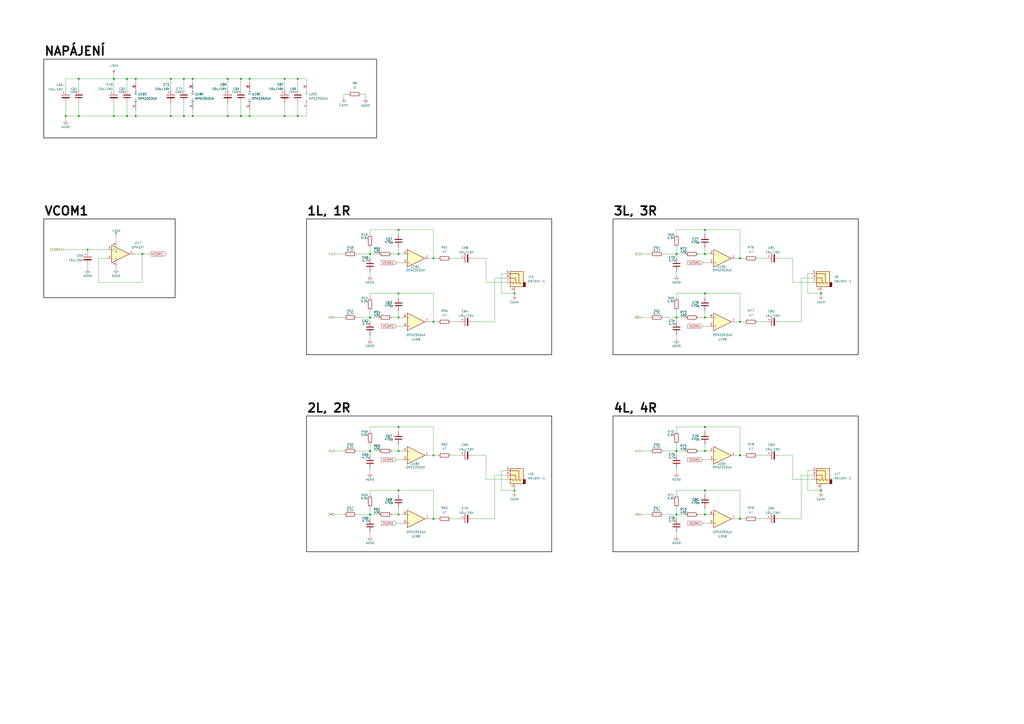
<source format=kicad_sch>
(kicad_sch (version 20250114) (generator "eeschema") (generator_version "9.0")
  (paper "A2")
  (title_block (title "SP") (rev "v1") (company "Jakub Raimr"))
  (lib_symbols
    (symbol "Amplifier_Operational:AD8603" (pin_names (offset 0.127))
      (property "Reference" "U" (at 0 5.08 0))
      (property "Value" "AD8603" (at 0 -5.08 0))
      (symbol "AD8603_0_1"
        (pin power_in line (at -2.54 7.62 270) (length 3.81) (name "V+") (number "5"))
        (pin power_in line (at -2.54 -7.62 90) (length 3.81) (name "V-") (number "2"))
      )
      (symbol "AD8603_1_1"
        (pin input line (at -7.62 2.54 0) (length 2.54) (name "+") (number "3"))
        (pin input line (at -7.62 -2.54 0) (length 2.54) (name "-") (number "4"))
        (pin output line (at 7.62 0 180) (length 2.54) (name "~") (number "1"))
      )
    )
    (symbol "Amplifier_Operational:OPA2134" (pin_names (offset 0.127))
      (property "Reference" "U" (at 0 5.08 0))
      (property "Value" "OPA2134" (at 0 -5.08 0))
      (symbol "OPA2134_1_1"
        (pin input line (at -7.62 2.54 0) (length 2.54) (name "+") (number "3"))
        (pin input line (at -7.62 -2.54 0) (length 2.54) (name "-") (number "2"))
        (pin output line (at 7.62 0 180) (length 2.54) (name "~") (number "1"))
      )
      (symbol "OPA2134_2_1"
        (pin input line (at -7.62 2.54 0) (length 2.54) (name "+") (number "5"))
        (pin input line (at -7.62 -2.54 0) (length 2.54) (name "-") (number "6"))
        (pin output line (at 7.62 0 180) (length 2.54) (name "~") (number "7"))
      )
      (symbol "OPA2134_3_1"
        (pin power_in line (at -2.54 7.62 270) (length 3.81) (name "V+") (number "8"))
        (pin power_in line (at -2.54 -7.62 90) (length 3.81) (name "V-") (number "4"))
      )
    )
    (symbol "Connector_Audio:NRJ3HF-1"
      (property "Reference" "J" (at 0 8.89 0))
      (property "Value" "NRJ3HF-1" (at 0 6.35 0))
      (symbol "NRJ3HF-1_1_1"
        (pin passive line (at 0 -7.62 90) (length 2.54) (name "~") (number "G"))
        (pin passive line (at 5.08 2.54 180) (length 2.54) (name "~") (number "S"))
        (pin passive line (at 5.08 0 180) (length 2.54) (name "~") (number "R"))
        (pin passive line (at 5.08 -2.54 180) (length 2.54) (name "~") (number "T"))
      )
    )
    (symbol "Device:C" (pin_numbers (hide yes)) (pin_names (offset 0.254))
      (property "Reference" "C" (at 0.635 2.54 0))
      (property "Value" "C" (at 0.635 -2.54 0))
      (symbol "C_1_1"
        (pin passive line (at 0 3.81 270) (length 2.794) (name "~") (number "1"))
        (pin passive line (at 0 -3.81 90) (length 2.794) (name "~") (number "2"))
      )
    )
    (symbol "Device:C_Polarized" (pin_numbers (hide yes)) (pin_names (offset 0.254))
      (property "Reference" "C" (at 0.635 2.54 0))
      (property "Value" "C_Polarized" (at 0.635 -2.54 0))
      (symbol "C_Polarized_1_1"
        (pin passive line (at 0 3.81 270) (length 2.794) (name "~") (number "1"))
        (pin passive line (at 0 -3.81 90) (length 2.794) (name "~") (number "2"))
      )
    )
    (symbol "Device:R" (pin_numbers (hide yes)) (pin_names (offset 0))
      (property "Reference" "R" (at 2.032 0 90))
      (property "Value" "R" (at 0 0 90))
      (symbol "R_1_1"
        (pin passive line (at 0 3.81 270) (length 1.27) (name "~") (number "1"))
        (pin passive line (at 0 -3.81 90) (length 1.27) (name "~") (number "2"))
      )
    )
    (symbol "Jumper:Jumper_2_Open" (pin_numbers (hide yes)) (pin_names (offset 0) (hide yes))
      (property "Reference" "JP" (at 0 2.794 0))
      (property "Value" "Jumper_2_Open" (at 0 -2.286 0))
      (symbol "Jumper_2_Open_1_1"
        (pin passive line (at -5.08 0 0) (length 2.54) (name "A") (number "1"))
        (pin passive line (at 5.08 0 180) (length 2.54) (name "B") (number "2"))
      )
    )
    (symbol "power:+5VA" (power) (pin_numbers (hide yes)) (pin_names (offset 0) (hide yes))
      (property "Value" "+5VA" (at 0 3.556 0))
      (symbol "+5VA_1_1"
        (pin power_in line (at 0 0 90) (length 0) (name "~") (number "1"))
      )
    )
    (symbol "power:Earth" (power) (pin_numbers (hide yes)) (pin_names (offset 0) (hide yes))
      (property "Value" "Earth" (at 0 -3.81 0))
      (symbol "Earth_1_1"
        (pin power_in line (at 0 0 270) (length 0) (name "~") (number "1"))
      )
    )
    (symbol "power:GNDA" (power) (pin_numbers (hide yes)) (pin_names (offset 0) (hide yes))
      (property "Value" "GNDA" (at 0 -3.81 0))
      (symbol "GNDA_1_1"
        (pin power_in line (at 0 0 270) (length 0) (name "~") (number "1"))
      )
    )
  )
  (junction (at 298.45 170.18))
  (junction (at 476.25 170.18))
  (junction (at 408.94 298.45))
  (junction (at 429.26 149.86))
  (junction (at -134.62 208.28))
  (junction (at 408.94 147.32))
  (junction (at 172.72 67.31))
  (junction (at -106.68 191.77))
  (junction (at 73.66 67.31))
  (junction (at 251.46 149.86))
  (junction (at 66.04 45.72))
  (junction (at 38.1 67.31))
  (junction (at 231.14 147.32))
  (junction (at 214.63 261.62))
  (junction (at 408.94 184.15))
  (junction (at 132.08 45.72))
  (junction (at 111.76 67.31))
  (junction (at 214.63 184.15))
  (junction (at -148.59 147.32))
  (junction (at 111.76 45.72))
  (junction (at -148.59 240.03))
  (junction (at 78.74 67.31))
  (junction (at 45.72 45.72))
  (junction (at 408.94 261.62))
  (junction (at 139.7 67.31))
  (junction (at 214.63 298.45))
  (junction (at -134.62 140.97))
  (junction (at -154.94 214.63))
  (junction (at 144.78 67.31))
  (junction (at 106.68 67.31))
  (junction (at 132.08 67.31))
  (junction (at 106.68 45.72))
  (junction (at 99.06 45.72))
  (junction (at 476.25 284.48))
  (junction (at -148.59 172.72))
  (junction (at 231.14 284.48))
  (junction (at 172.72 45.72))
  (junction (at 392.43 298.45))
  (junction (at -72.39 156.21))
  (junction (at 298.45 284.48))
  (junction (at -148.59 214.63))
  (junction (at 165.1 45.72))
  (junction (at 408.94 170.18))
  (junction (at 45.72 67.31))
  (junction (at -134.62 147.32))
  (junction (at 165.1 67.31))
  (junction (at 50.8 144.78))
  (junction (at 139.7 45.72))
  (junction (at 144.78 45.72))
  (junction (at 408.94 247.65))
  (junction (at 231.14 261.62))
  (junction (at -134.62 214.63))
  (junction (at -106.68 140.97))
  (junction (at 429.26 300.99))
  (junction (at 82.55 147.32))
  (junction (at 392.43 184.15))
  (junction (at 251.46 264.16))
  (junction (at 231.14 298.45))
  (junction (at -106.68 208.28))
  (junction (at 251.46 186.69))
  (junction (at 66.04 67.31))
  (junction (at 78.74 45.72))
  (junction (at -154.94 147.32))
  (junction (at 408.94 284.48))
  (junction (at 99.06 67.31))
  (junction (at 231.14 184.15))
  (junction (at -106.68 149.86))
  (junction (at 231.14 247.65))
  (junction (at 214.63 147.32))
  (junction (at 408.94 133.35))
  (junction (at 429.26 186.69))
  (junction (at 251.46 300.99))
  (junction (at 392.43 147.32))
  (junction (at 429.26 264.16))
  (junction (at 231.14 170.18))
  (junction (at 392.43 261.62))
  (junction (at 73.66 45.72))
  (junction (at -106.68 217.17))
  (junction (at -106.68 124.46))
  (junction (at 231.14 133.35))
  (wire (pts (xy 214.63 147.32) (xy 219.71 147.32)))
  (wire (pts (xy 408.94 284.48) (xy 429.26 284.48)))
  (wire (pts (xy 214.63 157.48) (xy 214.63 160.02)))
  (wire (pts (xy 408.94 284.48) (xy 408.94 287.02)))
  (wire (pts (xy 165.1 59.69) (xy 165.1 67.31)))
  (wire (pts (xy 274.32 300.99) (xy 287.02 300.99)))
  (wire (pts (xy 207.01 298.45) (xy 214.63 298.45)))
  (wire (pts (xy -106.68 137.16) (xy -106.68 140.97)))
  (wire (pts (xy 464.82 275.59) (xy 471.17 275.59)))
  (wire (pts (xy 407.67 189.23) (xy 411.48 189.23)))
  (wire (pts (xy 106.68 67.31) (xy 111.76 67.31)))
  (wire (pts (xy 38.1 45.72) (xy 45.72 45.72)))
  (wire (pts (xy 426.72 149.86) (xy 429.26 149.86)))
  (wire (pts (xy -116.84 208.28) (xy -106.68 208.28)))
  (wire (pts (xy 111.76 45.72) (xy 111.76 48.26)))
  (wire (pts (xy 298.45 283.21) (xy 298.45 284.48)))
  (wire (pts (xy 405.13 147.32) (xy 408.94 147.32)))
  (wire (pts (xy 392.43 194.31) (xy 392.43 196.85)))
  (wire (pts (xy -72.39 154.94) (xy -72.39 156.21)))
  (wire (pts (xy -96.52 217.17) (xy -83.82 217.17)))
  (wire (pts (xy -134.62 124.46) (xy -134.62 127)))
  (wire (pts (xy 476.25 284.48) (xy 476.25 285.75)))
  (wire (pts (xy 392.43 170.18) (xy 392.43 172.72)))
  (wire (pts (xy 468.63 158.75) (xy 471.17 158.75)))
  (wire (pts (xy 429.26 300.99) (xy 431.8 300.99)))
  (wire (pts (xy 426.72 300.99) (xy 429.26 300.99)))
  (wire (pts (xy -175.26 147.32) (xy -166.37 147.32)))
  (wire (pts (xy -106.68 208.28) (xy -106.68 217.17)))
  (wire (pts (xy 384.81 261.62) (xy 392.43 261.62)))
  (wire (pts (xy 82.55 147.32) (xy 82.55 163.83)))
  (wire (pts (xy 214.63 247.65) (xy 214.63 250.19)))
  (wire (pts (xy -134.62 191.77) (xy -134.62 194.31)))
  (wire (pts (xy 459.74 163.83) (xy 471.17 163.83)))
  (wire (pts (xy -106.68 181.61) (xy -106.68 191.77)))
  (wire (pts (xy -134.62 152.4) (xy -134.62 172.72)))
  (wire (pts (xy 214.63 170.18) (xy 214.63 172.72)))
  (wire (pts (xy 229.87 189.23) (xy 233.68 189.23)))
  (wire (pts (xy 214.63 180.34) (xy 214.63 184.15)))
  (wire (pts (xy 392.43 184.15) (xy 392.43 186.69)))
  (wire (pts (xy 408.94 133.35) (xy 408.94 135.89)))
  (wire (pts (xy 439.42 149.86) (xy 444.5 149.86)))
  (wire (pts (xy 251.46 264.16) (xy 254 264.16)))
  (wire (pts (xy 384.81 298.45) (xy 392.43 298.45)))
  (wire (pts (xy 372.11 147.32) (xy 377.19 147.32)))
  (wire (pts (xy -72.39 156.21) (xy -72.39 157.48)))
  (wire (pts (xy -134.62 204.47) (xy -134.62 208.28)))
  (wire (pts (xy 78.74 45.72) (xy 78.74 48.26)))
  (wire (pts (xy 468.63 170.18) (xy 476.25 170.18)))
  (wire (pts (xy 392.43 180.34) (xy 392.43 184.15)))
  (wire (pts (xy -134.62 152.4) (xy -130.81 152.4)))
  (wire (pts (xy 468.63 273.05) (xy 471.17 273.05)))
  (wire (pts (xy 99.06 45.72) (xy 106.68 45.72)))
  (wire (pts (xy 57.15 149.86) (xy 57.15 163.83)))
  (wire (pts (xy 261.62 186.69) (xy 266.7 186.69)))
  (wire (pts (xy 408.94 247.65) (xy 408.94 250.19)))
  (wire (pts (xy 251.46 300.99) (xy 254 300.99)))
  (wire (pts (xy -175.26 214.63) (xy -166.37 214.63)))
  (wire (pts (xy 407.67 152.4) (xy 411.48 152.4)))
  (wire (pts (xy -158.75 214.63) (xy -154.94 214.63)))
  (wire (pts (xy 99.06 67.31) (xy 106.68 67.31)))
  (wire (pts (xy -154.94 236.22) (xy -154.94 240.03)))
  (wire (pts (xy -190.5 147.32) (xy -182.88 147.32)))
  (wire (pts (xy 231.14 257.81) (xy 231.14 261.62)))
  (wire (pts (xy 209.55 54.61) (xy 212.09 54.61)))
  (wire (pts (xy 261.62 149.86) (xy 266.7 149.86)))
  (wire (pts (xy 207.01 147.32) (xy 214.63 147.32)))
  (wire (pts (xy 229.87 303.53) (xy 233.68 303.53)))
  (wire (pts (xy 392.43 133.35) (xy 392.43 135.89)))
  (wire (pts (xy -106.68 204.47) (xy -106.68 208.28)))
  (wire (pts (xy 392.43 184.15) (xy 397.51 184.15)))
  (wire (pts (xy 132.08 45.72) (xy 139.7 45.72)))
  (wire (pts (xy 290.83 273.05) (xy 290.83 284.48)))
  (wire (pts (xy -134.62 140.97) (xy -134.62 147.32)))
  (wire (pts (xy -148.59 236.22) (xy -148.59 240.03)))
  (wire (pts (xy 214.63 184.15) (xy 219.71 184.15)))
  (wire (pts (xy -80.01 144.78) (xy -80.01 156.21)))
  (wire (pts (xy 408.94 170.18) (xy 408.94 172.72)))
  (wire (pts (xy 274.32 149.86) (xy 281.94 149.86)))
  (wire (pts (xy -80.01 144.78) (xy -77.47 144.78)))
  (wire (pts (xy -148.59 114.3) (xy -148.59 147.32)))
  (wire (pts (xy -154.94 240.03) (xy -148.59 240.03)))
  (wire (pts (xy 392.43 157.48) (xy 392.43 160.02)))
  (wire (pts (xy 287.02 161.29) (xy 293.37 161.29)))
  (wire (pts (xy 73.66 67.31) (xy 78.74 67.31)))
  (wire (pts (xy 274.32 264.16) (xy 281.94 264.16)))
  (wire (pts (xy 392.43 271.78) (xy 392.43 274.32)))
  (wire (pts (xy 227.33 184.15) (xy 231.14 184.15)))
  (wire (pts (xy 290.83 158.75) (xy 290.83 170.18)))
  (wire (pts (xy -154.94 158.75) (xy -154.94 161.29)))
  (wire (pts (xy 45.72 59.69) (xy 45.72 67.31)))
  (wire (pts (xy -154.94 214.63) (xy -154.94 215.9)))
  (wire (pts (xy 408.94 143.51) (xy 408.94 147.32)))
  (wire (pts (xy 36.83 144.78) (xy 50.8 144.78)))
  (wire (pts (xy 281.94 264.16) (xy 281.94 278.13)))
  (wire (pts (xy -106.68 124.46) (xy -106.68 127)))
  (wire (pts (xy 287.02 275.59) (xy 293.37 275.59)))
  (wire (pts (xy 298.45 284.48) (xy 298.45 285.75)))
  (wire (pts (xy 231.14 170.18) (xy 251.46 170.18)))
  (wire (pts (xy -134.62 147.32) (xy -130.81 147.32)))
  (wire (pts (xy 408.94 257.81) (xy 408.94 261.62)))
  (wire (pts (xy -148.59 147.32) (xy -146.05 147.32)))
  (wire (pts (xy 66.04 59.69) (xy 66.04 67.31)))
  (wire (pts (xy 77.47 147.32) (xy 82.55 147.32)))
  (wire (pts (xy 468.63 158.75) (xy 468.63 170.18)))
  (wire (pts (xy 214.63 194.31) (xy 214.63 196.85)))
  (wire (pts (xy 251.46 247.65) (xy 251.46 264.16)))
  (wire (pts (xy 392.43 257.81) (xy 392.43 261.62)))
  (wire (pts (xy 78.74 67.31) (xy 99.06 67.31)))
  (wire (pts (xy 214.63 298.45) (xy 219.71 298.45)))
  (wire (pts (xy 372.11 184.15) (xy 377.19 184.15)))
  (wire (pts (xy 144.78 45.72) (xy 165.1 45.72)))
  (wire (pts (xy 194.31 184.15) (xy 199.39 184.15)))
  (wire (pts (xy 231.14 170.18) (xy 231.14 172.72)))
  (wire (pts (xy 214.63 257.81) (xy 214.63 261.62)))
  (wire (pts (xy 459.74 264.16) (xy 459.74 278.13)))
  (wire (pts (xy 392.43 170.18) (xy 408.94 170.18)))
  (wire (pts (xy -83.82 147.32) (xy -83.82 217.17)))
  (wire (pts (xy 408.94 147.32) (xy 411.48 147.32)))
  (wire (pts (xy 231.14 133.35) (xy 231.14 135.89)))
  (wire (pts (xy 392.43 261.62) (xy 397.51 261.62)))
  (wire (pts (xy 57.15 149.86) (xy 62.23 149.86)))
  (wire (pts (xy 408.94 261.62) (xy 411.48 261.62)))
  (wire (pts (xy 476.25 168.91) (xy 476.25 170.18)))
  (wire (pts (xy 281.94 149.86) (xy 281.94 163.83)))
  (wire (pts (xy 439.42 264.16) (xy 444.5 264.16)))
  (wire (pts (xy -148.59 168.91) (xy -148.59 172.72)))
  (wire (pts (xy -106.68 217.17) (xy -104.14 217.17)))
  (wire (pts (xy 231.14 294.64) (xy 231.14 298.45)))
  (wire (pts (xy 231.14 133.35) (xy 251.46 133.35)))
  (wire (pts (xy 38.1 45.72) (xy 38.1 52.07)))
  (wire (pts (xy -148.59 147.32) (xy -148.59 161.29)))
  (wire (pts (xy 407.67 303.53) (xy 411.48 303.53)))
  (wire (pts (xy 214.63 133.35) (xy 214.63 135.89)))
  (wire (pts (xy 66.04 45.72) (xy 66.04 52.07)))
  (wire (pts (xy 139.7 45.72) (xy 144.78 45.72)))
  (wire (pts (xy 132.08 67.31) (xy 139.7 67.31)))
  (wire (pts (xy 287.02 275.59) (xy 287.02 300.99)))
  (wire (pts (xy 214.63 271.78) (xy 214.63 274.32)))
  (wire (pts (xy -154.94 168.91) (xy -154.94 172.72)))
  (wire (pts (xy 139.7 59.69) (xy 139.7 67.31)))
  (wire (pts (xy 57.15 163.83) (xy 82.55 163.83)))
  (wire (pts (xy -154.94 172.72) (xy -148.59 172.72)))
  (wire (pts (xy 287.02 161.29) (xy 287.02 186.69)))
  (wire (pts (xy 172.72 67.31) (xy 177.8 67.31)))
  (wire (pts (xy 227.33 147.32) (xy 231.14 147.32)))
  (wire (pts (xy 429.26 284.48) (xy 429.26 300.99)))
  (wire (pts (xy 231.14 143.51) (xy 231.14 147.32)))
  (wire (pts (xy 281.94 163.83) (xy 293.37 163.83)))
  (wire (pts (xy 464.82 161.29) (xy 464.82 186.69)))
  (wire (pts (xy 392.43 147.32) (xy 392.43 149.86)))
  (wire (pts (xy -148.59 172.72) (xy -148.59 173.99)))
  (wire (pts (xy 452.12 149.86) (xy 459.74 149.86)))
  (wire (pts (xy 459.74 149.86) (xy 459.74 163.83)))
  (wire (pts (xy -154.94 147.32) (xy -154.94 148.59)))
  (wire (pts (xy 392.43 143.51) (xy 392.43 147.32)))
  (wire (pts (xy 214.63 170.18) (xy 231.14 170.18)))
  (wire (pts (xy 261.62 264.16) (xy 266.7 264.16)))
  (wire (pts (xy -134.62 208.28) (xy -134.62 214.63)))
  (wire (pts (xy 99.06 59.69) (xy 99.06 67.31)))
  (wire (pts (xy 248.92 149.86) (xy 251.46 149.86)))
  (wire (pts (xy 452.12 186.69) (xy 464.82 186.69)))
  (wire (pts (xy -124.46 181.61) (xy -106.68 181.61)))
  (wire (pts (xy 248.92 264.16) (xy 251.46 264.16)))
  (wire (pts (xy 429.26 264.16) (xy 431.8 264.16)))
  (wire (pts (xy -106.68 191.77) (xy -106.68 194.31)))
  (wire (pts (xy 231.14 298.45) (xy 233.68 298.45)))
  (wire (pts (xy 229.87 266.7) (xy 233.68 266.7)))
  (wire (pts (xy 207.01 184.15) (xy 214.63 184.15)))
  (wire (pts (xy 429.26 170.18) (xy 429.26 186.69)))
  (wire (pts (xy 464.82 161.29) (xy 471.17 161.29)))
  (wire (pts (xy 227.33 261.62) (xy 231.14 261.62)))
  (wire (pts (xy -148.59 214.63) (xy -146.05 214.63)))
  (wire (pts (xy 426.72 186.69) (xy 429.26 186.69)))
  (wire (pts (xy 452.12 264.16) (xy 459.74 264.16)))
  (wire (pts (xy 452.12 300.99) (xy 464.82 300.99)))
  (wire (pts (xy 408.94 184.15) (xy 411.48 184.15)))
  (wire (pts (xy 38.1 67.31) (xy 38.1 69.85)))
  (wire (pts (xy 439.42 186.69) (xy 444.5 186.69)))
  (wire (pts (xy 99.06 45.72) (xy 99.06 52.07)))
  (wire (pts (xy 248.92 300.99) (xy 251.46 300.99)))
  (wire (pts (xy 50.8 144.78) (xy 62.23 144.78)))
  (wire (pts (xy -106.68 149.86) (xy -104.14 149.86)))
  (wire (pts (xy 372.11 298.45) (xy 377.19 298.45)))
  (wire (pts (xy 261.62 300.99) (xy 266.7 300.99)))
  (wire (pts (xy 231.14 284.48) (xy 231.14 287.02)))
  (wire (pts (xy 214.63 308.61) (xy 214.63 311.15)))
  (wire (pts (xy -190.5 214.63) (xy -182.88 214.63)))
  (wire (pts (xy 231.14 247.65) (xy 251.46 247.65)))
  (wire (pts (xy 45.72 67.31) (xy 66.04 67.31)))
  (wire (pts (xy -134.62 191.77) (xy -124.46 191.77)))
  (wire (pts (xy 66.04 45.72) (xy 73.66 45.72)))
  (wire (pts (xy 468.63 284.48) (xy 476.25 284.48)))
  (wire (pts (xy 132.08 45.72) (xy 132.08 52.07)))
  (wire (pts (xy 45.72 45.72) (xy 66.04 45.72)))
  (wire (pts (xy -134.62 140.97) (xy -124.46 140.97)))
  (wire (pts (xy 248.92 186.69) (xy 251.46 186.69)))
  (wire (pts (xy 392.43 147.32) (xy 397.51 147.32)))
  (wire (pts (xy -148.59 240.03) (xy -134.62 240.03)))
  (wire (pts (xy 214.63 284.48) (xy 214.63 287.02)))
  (wire (pts (xy 214.63 247.65) (xy 231.14 247.65)))
  (wire (pts (xy 199.39 54.61) (xy 199.39 57.15)))
  (wire (pts (xy 429.26 133.35) (xy 429.26 149.86)))
  (wire (pts (xy -116.84 124.46) (xy -106.68 124.46)))
  (wire (pts (xy 408.94 294.64) (xy 408.94 298.45)))
  (wire (pts (xy 459.74 278.13) (xy 471.17 278.13)))
  (wire (pts (xy 214.63 284.48) (xy 231.14 284.48)))
  (wire (pts (xy 144.78 63.5) (xy 144.78 67.31)))
  (wire (pts (xy 66.04 43.18) (xy 66.04 45.72)))
  (wire (pts (xy 392.43 247.65) (xy 392.43 250.19)))
  (wire (pts (xy -116.84 140.97) (xy -106.68 140.97)))
  (wire (pts (xy 408.94 170.18) (xy 429.26 170.18)))
  (wire (pts (xy -138.43 147.32) (xy -134.62 147.32)))
  (wire (pts (xy -134.62 124.46) (xy -124.46 124.46)))
  (wire (pts (xy 214.63 143.51) (xy 214.63 147.32)))
  (wire (pts (xy 384.81 184.15) (xy 392.43 184.15)))
  (wire (pts (xy -106.68 114.3) (xy -106.68 124.46)))
  (wire (pts (xy 177.8 63.5) (xy 177.8 67.31)))
  (wire (pts (xy -148.59 181.61) (xy -132.08 181.61)))
  (wire (pts (xy -115.57 149.86) (xy -106.68 149.86)))
  (wire (pts (xy 214.63 298.45) (xy 214.63 300.99)))
  (wire (pts (xy 392.43 294.64) (xy 392.43 298.45)))
  (wire (pts (xy 199.39 54.61) (xy 201.93 54.61)))
  (wire (pts (xy 38.1 59.69) (xy 38.1 67.31)))
  (wire (pts (xy 73.66 59.69) (xy 73.66 67.31)))
  (wire (pts (xy -148.59 114.3) (xy -132.08 114.3)))
  (wire (pts (xy 231.14 261.62) (xy 233.68 261.62)))
  (wire (pts (xy 405.13 184.15) (xy 408.94 184.15)))
  (wire (pts (xy 214.63 294.64) (xy 214.63 298.45)))
  (wire (pts (xy 407.67 266.7) (xy 411.48 266.7)))
  (wire (pts (xy 392.43 298.45) (xy 392.43 300.99)))
  (wire (pts (xy 429.26 149.86) (xy 431.8 149.86)))
  (wire (pts (xy 139.7 67.31) (xy 144.78 67.31)))
  (wire (pts (xy 251.46 149.86) (xy 254 149.86)))
  (wire (pts (xy 231.14 180.34) (xy 231.14 184.15)))
  (wire (pts (xy 194.31 298.45) (xy 199.39 298.45)))
  (wire (pts (xy -115.57 217.17) (xy -106.68 217.17)))
  (wire (pts (xy 67.31 154.94) (xy 67.31 156.21)))
  (wire (pts (xy -134.62 208.28) (xy -124.46 208.28)))
  (wire (pts (xy 251.46 170.18) (xy 251.46 186.69)))
  (wire (pts (xy -154.94 147.32) (xy -148.59 147.32)))
  (wire (pts (xy 177.8 45.72) (xy 177.8 48.26)))
  (wire (pts (xy -148.59 172.72) (xy -134.62 172.72)))
  (wire (pts (xy 45.72 45.72) (xy 45.72 52.07)))
  (wire (pts (xy -116.84 191.77) (xy -106.68 191.77)))
  (wire (pts (xy 392.43 284.48) (xy 408.94 284.48)))
  (wire (pts (xy -148.59 240.03) (xy -148.59 241.3)))
  (wire (pts (xy 214.63 184.15) (xy 214.63 186.69)))
  (wire (pts (xy -154.94 226.06) (xy -154.94 228.6)))
  (wire (pts (xy 392.43 298.45) (xy 397.51 298.45)))
  (wire (pts (xy 165.1 45.72) (xy 165.1 52.07)))
  (wire (pts (xy 429.26 186.69) (xy 431.8 186.69)))
  (wire (pts (xy 106.68 59.69) (xy 106.68 67.31)))
  (wire (pts (xy 106.68 45.72) (xy 111.76 45.72)))
  (wire (pts (xy 111.76 67.31) (xy 132.08 67.31)))
  (wire (pts (xy 408.94 180.34) (xy 408.94 184.15)))
  (wire (pts (xy 405.13 298.45) (xy 408.94 298.45)))
  (wire (pts (xy -134.62 214.63) (xy -130.81 214.63)))
  (wire (pts (xy 231.14 247.65) (xy 231.14 250.19)))
  (wire (pts (xy 165.1 45.72) (xy 172.72 45.72)))
  (wire (pts (xy 439.42 300.99) (xy 444.5 300.99)))
  (wire (pts (xy -83.82 147.32) (xy -77.47 147.32)))
  (wire (pts (xy 172.72 45.72) (xy 172.72 52.07)))
  (wire (pts (xy 392.43 247.65) (xy 408.94 247.65)))
  (wire (pts (xy 165.1 67.31) (xy 172.72 67.31)))
  (wire (pts (xy 82.55 147.32) (xy 87.63 147.32)))
  (wire (pts (xy 392.43 261.62) (xy 392.43 264.16)))
  (wire (pts (xy -134.62 219.71) (xy -130.81 219.71)))
  (wire (pts (xy 408.94 247.65) (xy 429.26 247.65)))
  (wire (pts (xy -134.62 137.16) (xy -134.62 140.97)))
  (wire (pts (xy 468.63 273.05) (xy 468.63 284.48)))
  (wire (pts (xy -124.46 114.3) (xy -106.68 114.3)))
  (wire (pts (xy 392.43 308.61) (xy 392.43 311.15)))
  (wire (pts (xy 231.14 184.15) (xy 233.68 184.15)))
  (wire (pts (xy 392.43 284.48) (xy 392.43 287.02)))
  (wire (pts (xy 298.45 170.18) (xy 298.45 171.45)))
  (wire (pts (xy 429.26 247.65) (xy 429.26 264.16)))
  (wire (pts (xy 144.78 67.31) (xy 165.1 67.31)))
  (wire (pts (xy 298.45 168.91) (xy 298.45 170.18)))
  (wire (pts (xy 50.8 144.78) (xy 50.8 146.05)))
  (wire (pts (xy -154.94 214.63) (xy -148.59 214.63)))
  (wire (pts (xy 194.31 261.62) (xy 199.39 261.62)))
  (wire (pts (xy 214.63 133.35) (xy 231.14 133.35)))
  (wire (pts (xy 392.43 133.35) (xy 408.94 133.35)))
  (wire (pts (xy 73.66 45.72) (xy 73.66 52.07)))
  (wire (pts (xy 464.82 275.59) (xy 464.82 300.99)))
  (wire (pts (xy 408.94 133.35) (xy 429.26 133.35)))
  (wire (pts (xy 73.66 45.72) (xy 78.74 45.72)))
  (wire (pts (xy -134.62 219.71) (xy -134.62 240.03)))
  (wire (pts (xy 281.94 278.13) (xy 293.37 278.13)))
  (wire (pts (xy 229.87 152.4) (xy 233.68 152.4)))
  (wire (pts (xy 144.78 45.72) (xy 144.78 48.26)))
  (wire (pts (xy 290.83 158.75) (xy 293.37 158.75)))
  (wire (pts (xy 66.04 67.31) (xy 73.66 67.31)))
  (wire (pts (xy 251.46 284.48) (xy 251.46 300.99)))
  (wire (pts (xy 132.08 59.69) (xy 132.08 67.31)))
  (wire (pts (xy 214.63 147.32) (xy 214.63 149.86)))
  (wire (pts (xy 78.74 63.5) (xy 78.74 67.31)))
  (wire (pts (xy 251.46 186.69) (xy 254 186.69)))
  (wire (pts (xy 139.7 45.72) (xy 139.7 52.07)))
  (wire (pts (xy 290.83 284.48) (xy 298.45 284.48)))
  (wire (pts (xy 384.81 147.32) (xy 392.43 147.32)))
  (wire (pts (xy 111.76 63.5) (xy 111.76 67.31)))
  (wire (pts (xy 214.63 261.62) (xy 214.63 264.16)))
  (wire (pts (xy -96.52 149.86) (xy -77.47 149.86)))
  (wire (pts (xy 214.63 261.62) (xy 219.71 261.62)))
  (wire (pts (xy 227.33 298.45) (xy 231.14 298.45)))
  (wire (pts (xy 231.14 284.48) (xy 251.46 284.48)))
  (wire (pts (xy 212.09 54.61) (xy 212.09 57.15)))
  (wire (pts (xy 38.1 67.31) (xy 45.72 67.31)))
  (wire (pts (xy 67.31 137.16) (xy 67.31 139.7)))
  (wire (pts (xy 251.46 133.35) (xy 251.46 149.86)))
  (wire (pts (xy 172.72 59.69) (xy 172.72 67.31)))
  (wire (pts (xy 290.83 170.18) (xy 298.45 170.18)))
  (wire (pts (xy 476.25 170.18) (xy 476.25 171.45)))
  (wire (pts (xy -148.59 181.61) (xy -148.59 214.63)))
  (wire (pts (xy -158.75 147.32) (xy -154.94 147.32)))
  (wire (pts (xy -80.01 156.21) (xy -72.39 156.21)))
  (wire (pts (xy 372.11 261.62) (xy 377.19 261.62)))
  (wire (pts (xy -106.68 140.97) (xy -106.68 149.86)))
  (wire (pts (xy 408.94 298.45) (xy 411.48 298.45)))
  (wire (pts (xy 194.31 147.32) (xy 199.39 147.32)))
  (wire (pts (xy 476.25 283.21) (xy 476.25 284.48)))
  (wire (pts (xy 78.74 45.72) (xy 99.06 45.72)))
  (wire (pts (xy 111.76 45.72) (xy 132.08 45.72)))
  (wire (pts (xy 106.68 45.72) (xy 106.68 52.07)))
  (wire (pts (xy 231.14 147.32) (xy 233.68 147.32)))
  (wire (pts (xy 426.72 264.16) (xy 429.26 264.16)))
  (wire (pts (xy -138.43 214.63) (xy -134.62 214.63)))
  (wire (pts (xy 405.13 261.62) (xy 408.94 261.62)))
  (wire (pts (xy -148.59 214.63) (xy -148.59 228.6)))
  (wire (pts (xy 172.72 45.72) (xy 177.8 45.72)))
  (wire (pts (xy 290.83 273.05) (xy 293.37 273.05)))
  (wire (pts (xy 50.8 153.67) (xy 50.8 156.21)))
  (wire (pts (xy 207.01 261.62) (xy 214.63 261.62)))
  (wire (pts (xy 274.32 186.69) (xy 287.02 186.69)))
  (label "1L, 1R" (at 177.8 127 0) (effects (font (size 5 5) (thickness 1) (bold yes))))
  (label "4L, 4R" (at 355.6 241.3 0) (effects (font (size 5 5) (thickness 1) (bold yes))))
  (label "2L, 2R" (at 177.8 241.3 0) (effects (font (size 5 5) (thickness 1) (bold yes))))
  (label "VCOM1" (at 25.4 127 0) (effects (font (size 5 5) (thickness 1) (bold yes))))
  (label "NAPÁJENÍ" (at 25.4 34.29 0) (effects (font (size 5 5) (thickness 1) (bold yes))))
  (label "3L, 3R" (at 355.6 127 0) (effects (font (size 5 5) (thickness 1) (bold yes))))
  (global_label "VCOM1" (shape output) (at 87.63 147.32 0) (property "Intersheetrefs" "${INTERSHEET_REFS}" (at 96.9652 147.32 0) (effects (justify left))))
  (global_label "VCOM1" (shape input) (at 229.87 266.7 180) (property "Intersheetrefs" "${INTERSHEET_REFS}" (at 220.5348 266.7 0) (effects (justify right))))
  (global_label "VCOM1" (shape input) (at 407.67 266.7 180) (property "Intersheetrefs" "${INTERSHEET_REFS}" (at 398.3348 266.7 0) (effects (justify right))))
  (global_label "VCOM1" (shape input) (at 229.87 152.4 180) (property "Intersheetrefs" "${INTERSHEET_REFS}" (at 220.5348 152.4 0) (effects (justify right))))
  (global_label "VCOM1" (shape input) (at 407.67 303.53 180) (property "Intersheetrefs" "${INTERSHEET_REFS}" (at 398.3348 303.53 0) (effects (justify right))))
  (global_label "VCOM1" (shape input) (at 229.87 303.53 180) (property "Intersheetrefs" "${INTERSHEET_REFS}" (at 220.5348 303.53 0) (effects (justify right))))
  (global_label "VCOM1" (shape input) (at 407.67 152.4 180) (property "Intersheetrefs" "${INTERSHEET_REFS}" (at 398.3348 152.4 0) (effects (justify right))))
  (global_label "VCOM1" (shape input) (at 229.87 189.23 180) (property "Intersheetrefs" "${INTERSHEET_REFS}" (at 220.5348 189.23 0) (effects (justify right))))
  (global_label "VCOM1" (shape input) (at 407.67 189.23 180) (property "Intersheetrefs" "${INTERSHEET_REFS}" (at 398.3348 189.23 0) (effects (justify right))))
  (hierarchical_label "4L" (shape input) (at 372.11 261.62 180))
  (hierarchical_label "3R" (shape input) (at 372.11 184.15 180))
  (hierarchical_label "VCOM1" (shape input) (at 36.83 144.78 180))
  (hierarchical_label "1L" (shape input) (at 194.31 147.32 180))
  (hierarchical_label "2R" (shape input) (at 194.31 298.45 180))
  (hierarchical_label "2L" (shape input) (at 194.31 261.62 180))
  (hierarchical_label "3L" (shape input) (at 372.11 147.32 180))
  (hierarchical_label "4R" (shape input) (at 372.11 298.45 180))
  (hierarchical_label "1R" (shape input) (at 194.31 184.15 180))
  (rule_area (polyline (pts (xy 355.6 127) (xy 355.6 205.74) (xy 497.84 205.74) (xy 497.84 127)) (stroke (width 0.3) (color 0 0 0 1))))
  (rule_area (polyline (pts (xy 25.4 127) (xy 101.6 127) (xy 101.6 172.72) (xy 25.4 172.72)) (stroke (width 0.3) (color 0 0 0 1))))
  (rule_area (polyline (pts (xy 25.4 34.29) (xy 218.44 34.29) (xy 218.44 80.01) (xy 25.4 80.01)) (stroke (width 0.3) (color 0 0 0 1))))
  (rule_area (polyline (pts (xy 177.8 127) (xy 177.8 205.74) (xy 320.04 205.74) (xy 320.04 127)) (stroke (width 0.3) (color 0 0 0 1))))
  (rule_area (polyline (pts (xy 355.6 241.3) (xy 355.6 320.04) (xy 497.84 320.04) (xy 497.84 241.3)) (stroke (width 0.3) (color 0 0 0 1))))
  (rule_area (polyline (pts (xy 177.8 241.3) (xy 177.8 320.04) (xy 320.04 320.04) (xy 320.04 241.3)) (stroke (width 0.3) (color 0 0 0 1))))
  (symbol (lib_id "Device:R") (at -128.27 114.3 90) (unit 1)
    (property "Reference" "R43" (at -128.27 109.474 90))
    (property "Value" "15k" (at -128.27 112.014 90))
    (property "Footprint" "Resistor_SMD:R_0603_1608Metric_Pad0.98x0.95mm_HandSolder" (effects (hide yes)))
    (property "Description" "Resistor" (effects (hide yes)))
    (property "LSCS" "C2906995" (effects (hide yes)))
  )
  (symbol (lib_id "Amplifier_Operational:OPA2134") (at 419.1 149.86 0) (mirror x) (unit 1)
    (property "Reference" "U19" (at 418.592 154.686 0))
    (property "Value" "OPA2353UA" (at 418.846 156.718 0))
    (property "Footprint" "Package_SO:SOIC-8_3.9x4.9mm_P1.27mm" (effects (hide yes)))
    (property "Datasheet" "http://www.ti.com/lit/ds/symlink/opa134.pdf" (effects (hide yes)))
    (property "Description" "Dual SoundPlus High Performance Audio Operational Amplifiers, DIP-8/SOIC-8" (effects (hide yes)))
    (property "Mouser" "595-OPA2353UA" (effects (hide yes)))
  )
  (symbol (lib_id "Amplifier_Operational:OPA2134") (at -123.19 149.86 0) (mirror x) (unit 1)
    (property "Reference" "U15" (at -123.698 154.686 0))
    (property "Value" "OPA2134" (at -123.444 156.718 0))
    (property "Footprint" "Package_SO:SOIC-8_3.9x4.9mm_P1.27mm" (effects (hide yes)))
    (property "Datasheet" "http://www.ti.com/lit/ds/symlink/opa134.pdf" (effects (hide yes)))
    (property "Description" "Dual SoundPlus High Performance Audio Operational Amplifiers, DIP-8/SOIC-8" (effects (hide yes)))
    (property "Mouser" "595-OPA2134UA/2K5" (effects (hide yes)))
  )
  (symbol (lib_id "power:GNDA") (at 392.43 311.15 0) (unit 1)
    (property "Reference" "#PWR0115" (effects (hide yes)))
    (property "Value" "AGND" (at 392.43 314.96 0))
    (property "Description" "Power symbol creates a global label with name \"GNDA\" , analog ground" (effects (hide yes)))
  )
  (symbol (lib_id "Device:C_Polarized") (at 448.31 186.69 90) (mirror x) (unit 1)
    (property "Reference" "C82" (at 445.516 180.594 90) (effects (justify right)))
    (property "Value" "10u/16V" (at 443.992 183.134 90) (effects (justify right)))
    (property "Footprint" "Capacitor_Tantalum_SMD:CP_EIA-3216-18_Kemet-A_HandSolder" (effects (hide yes)))
    (property "Description" "Polarized capacitor" (effects (hide yes)))
    (property "hifi collective" "https://www.hificollective.co.uk/search/capacitors?make=Audio%20Note&voltage=16&type=Electrolytic%2C%20polar&capacitance=10000000" (effects (hide yes)))
    (property "Field6" "https://www.aliexpress.com/item/1005009947484935.html" (effects (hide yes)))
    (property "Field7" "https://www.aliexpress.com/item/32599973455.html?spm=a2g0o.cart.0.0.227c38daaARkGb&mp=1&pdp_npi=5%40dis%21USD%21USD%201.80%21USD%201.40%21%21USD%201.40%21%21%21%40211b617b17639300234793087e9a7e%2159193968349%21ct%21CZ%216117071409%21%211%210&pdp_ext_f=%7B%22cart2PdpParams%22%3A%7B%22pdpBusinessMode%22%3A%22retail%22%7D%7D" (effects (hide yes)))
  )
  (symbol (lib_id "Device:C_Polarized") (at 448.31 264.16 90) (mirror x) (unit 1)
    (property "Reference" "C83" (at 445.516 258.064 90) (effects (justify right)))
    (property "Value" "10u/16V" (at 443.992 260.604 90) (effects (justify right)))
    (property "Footprint" "Capacitor_Tantalum_SMD:CP_EIA-3216-18_Kemet-A_HandSolder" (effects (hide yes)))
    (property "Description" "Polarized capacitor" (effects (hide yes)))
    (property "hifi collective" "https://www.hificollective.co.uk/search/capacitors?make=Audio%20Note&voltage=16&type=Electrolytic%2C%20polar&capacitance=10000000" (effects (hide yes)))
    (property "Field6" "https://www.aliexpress.com/item/1005009947484935.html" (effects (hide yes)))
    (property "Field7" "https://www.aliexpress.com/item/32599973455.html?spm=a2g0o.cart.0.0.227c38daaARkGb&mp=1&pdp_npi=5%40dis%21USD%21USD%201.80%21USD%201.40%21%21USD%201.40%21%21%21%40211b617b17639300234793087e9a7e%2159193968349%21ct%21CZ%216117071409%21%211%210&pdp_ext_f=%7B%22cart2PdpParams%22%3A%7B%22pdpBusinessMode%22%3A%22retail%22%7D%7D" (effects (hide yes)))
  )
  (symbol (lib_id "Jumper:Jumper_2_Open") (at -134.62 132.08 90) (mirror x) (unit 1)
    (property "Reference" "JP2" (at -133.858 127.762 90) (effects (justify right)))
    (property "Value" "Jumper_2_Open" (at -133.858 130.302 90) (effects (justify right)))
    (property "Footprint" "TestPoint:TestPoint_2Pads_Pitch2.54mm_Drill0.8mm" (effects (hide yes)))
    (property "Description" "Jumper, 2-pole, open" (effects (hide yes)))
  )
  (symbol (lib_id "Device:C") (at -120.65 140.97 90) (unit 1)
    (property "Reference" "C47" (at -124.206 136.652 90))
    (property "Value" "120p" (at -124.206 139.192 90))
    (property "Footprint" "Capacitor_SMD:C_0603_1608Metric_Pad1.08x0.95mm_HandSolder" (effects (hide yes)))
    (property "Description" "Unpolarized capacitor" (effects (hide yes)))
    (property "LSCS" "C48579285" (effects (hide yes)))
  )
  (symbol (lib_id "Device:C") (at 392.43 190.5 0) (mirror x) (unit 1)
    (property "Reference" "C74" (at 391.668 186.182 0) (effects (justify right)))
    (property "Value" "4,7n" (at 392.176 187.96 0) (effects (justify right)))
    (property "Footprint" "Capacitor_SMD:C_0603_1608Metric_Pad1.08x0.95mm_HandSolder" (effects (hide yes)))
    (property "Description" "Unpolarized capacitor" (effects (hide yes)))
    (property "LSCS" "C53987" (effects (hide yes)))
  )
  (symbol (lib_id "power:+5VA") (at 66.04 43.18 0) (unit 1)
    (property "Reference" "#PWR0104" (effects (hide yes)))
    (property "Value" "+5VA" (at 66.04 38.1 0))
    (property "Description" "Power symbol creates a global label with name \"+5VA\"" (effects (hide yes)))
  )
  (symbol (lib_id "Device:C") (at -148.59 232.41 0) (unit 1)
    (property "Reference" "C53" (at -153.416 227.33 0) (effects (justify left)))
    (property "Value" "1,2n" (at -153.416 229.87 0) (effects (justify left)))
    (property "Footprint" "Capacitor_SMD:C_0603_1608Metric_Pad1.08x0.95mm_HandSolder" (effects (hide yes)))
    (property "Description" "Unpolarized capacitor" (effects (hide yes)))
    (property "LSCS" "C107073" (effects (hide yes)))
  )
  (symbol (lib_id "Device:C") (at -120.65 191.77 90) (unit 1)
    (property "Reference" "C54" (at -124.206 187.452 90))
    (property "Value" "120p" (at -124.206 189.992 90))
    (property "Footprint" "Capacitor_SMD:C_0603_1608Metric_Pad1.08x0.95mm_HandSolder" (effects (hide yes)))
    (property "Description" "Unpolarized capacitor" (effects (hide yes)))
    (property "LSCS" "C48579285" (effects (hide yes)))
  )
  (symbol (lib_id "power:GNDA") (at -148.59 241.3 0) (unit 1)
    (property "Reference" "#PWR0106" (effects (hide yes)))
    (property "Value" "AGND" (at -148.59 245.11 0))
    (property "Description" "Power symbol creates a global label with name \"GNDA\" , analog ground" (effects (hide yes)))
  )
  (symbol (lib_id "Connector_Audio:NRJ3HF-1") (at 298.45 161.29 0) (mirror y) (unit 1)
    (property "Reference" "J15" (at 306.07 160.6549 0) (effects (justify right)))
    (property "Value" "NRJ3HF-1" (at 306.07 163.1949 0) (effects (justify right)))
    (property "Footprint" "Connector_Audio:Jack_6.35mm_Neutrik_NRJ3HF-1_Horizontal" (effects (hide yes)))
    (property "Datasheet" "https://www.neutrik.com/en/product/nrj3hf-1" (effects (hide yes)))
    (property "Description" "Slim Jacks, 6.35mm (1/4in) stereo jack, unswitched, fully threaded nose, sleeve contact/front panel connection" (effects (hide yes)))
    (property "Mouser" "568-NRJ3HF-1" (effects (hide yes)))
  )
  (symbol (lib_id "Amplifier_Operational:OPA2134") (at 180.34 55.88 0) (unit 3)
    (property "Reference" "U20" (at 179.07 54.6099 0) (effects (justify left)))
    (property "Value" "OPA2353UA" (at 179.07 57.1499 0) (effects (justify left)))
    (property "Footprint" "Package_SO:SOIC-8_3.9x4.9mm_P1.27mm" (effects (hide yes)))
    (property "Datasheet" "http://www.ti.com/lit/ds/symlink/opa134.pdf" (effects (hide yes)))
    (property "Description" "Dual SoundPlus High Performance Audio Operational Amplifiers, DIP-8/SOIC-8" (effects (hide yes)))
    (property "Mouser" "595-OPA2353UA" (effects (hide yes)))
  )
  (symbol (lib_id "Device:C_Polarized") (at 66.04 55.88 0) (unit 1)
    (property "Reference" "C49" (at 65.532 49.022 0) (effects (justify right)))
    (property "Value" "10u/16V" (at 65.532 51.562 0) (effects (justify right)))
    (property "Footprint" "Capacitor_Tantalum_SMD:CP_EIA-3216-18_Kemet-A_HandSolder" (effects (hide yes)))
    (property "Description" "Polarized capacitor" (effects (hide yes)))
    (property "LSCS" "C194304" (effects (hide yes)))
  )
  (symbol (lib_id "Device:C_Polarized") (at 448.31 149.86 90) (mirror x) (unit 1)
    (property "Reference" "C81" (at 445.516 143.764 90) (effects (justify right)))
    (property "Value" "10u/16V" (at 443.992 146.304 90) (effects (justify right)))
    (property "Footprint" "Capacitor_Tantalum_SMD:CP_EIA-3216-18_Kemet-A_HandSolder" (effects (hide yes)))
    (property "Description" "Polarized capacitor" (effects (hide yes)))
    (property "hifi collective" "https://www.hificollective.co.uk/search/capacitors?make=Audio%20Note&voltage=16&type=Electrolytic%2C%20polar&capacitance=10000000" (effects (hide yes)))
    (property "Field6" "https://www.aliexpress.com/item/1005009947484935.html" (effects (hide yes)))
    (property "Field7" "https://www.aliexpress.com/item/32599973455.html?spm=a2g0o.cart.0.0.227c38daaARkGb&mp=1&pdp_npi=5%40dis%21USD%21USD%201.80%21USD%201.40%21%21USD%201.40%21%21%21%40211b617b17639300234793087e9a7e%2159193968349%21ct%21CZ%216117071409%21%211%210&pdp_ext_f=%7B%22cart2PdpParams%22%3A%7B%22pdpBusinessMode%22%3A%22retail%22%7D%7D" (effects (hide yes)))
  )
  (symbol (lib_id "Device:R") (at 392.43 254 0) (mirror x) (unit 1)
    (property "Reference" "R70" (at 391.16 250.444 0) (effects (justify right)))
    (property "Value" "6,8k" (at 391.414 252.222 0) (effects (justify right)))
    (property "Footprint" "Resistor_SMD:R_0603_1608Metric_Pad0.98x0.95mm_HandSolder" (effects (hide yes)))
    (property "Description" "Resistor" (effects (hide yes)))
    (property "LSCS" "C23212" (effects (hide yes)))
  )
  (symbol (lib_id "Amplifier_Operational:OPA2134") (at 419.1 264.16 0) (mirror x) (unit 1)
    (property "Reference" "U20" (at 418.592 268.986 0))
    (property "Value" "OPA2353UA" (at 418.846 271.018 0))
    (property "Footprint" "Package_SO:SOIC-8_3.9x4.9mm_P1.27mm" (effects (hide yes)))
    (property "Datasheet" "http://www.ti.com/lit/ds/symlink/opa134.pdf" (effects (hide yes)))
    (property "Description" "Dual SoundPlus High Performance Audio Operational Amplifiers, DIP-8/SOIC-8" (effects (hide yes)))
    (property "Mouser" "595-OPA2353UA" (effects (hide yes)))
  )
  (symbol (lib_id "Device:C") (at 408.94 176.53 0) (mirror x) (unit 1)
    (property "Reference" "C78" (at 405.384 175.514 0) (effects (justify right)))
    (property "Value" "470p" (at 405.892 177.292 0) (effects (justify right)))
    (property "Footprint" "Capacitor_SMD:C_0603_1608Metric_Pad1.08x0.95mm_HandSolder" (effects (hide yes)))
    (property "Description" "Unpolarized capacitor" (effects (hide yes)))
    (property "LSCS" "C107092" (effects (hide yes)))
  )
  (symbol (lib_id "Device:C") (at 214.63 153.67 0) (mirror x) (unit 1)
    (property "Reference" "C56" (at 213.868 149.352 0) (effects (justify right)))
    (property "Value" "4,7n" (at 214.376 151.13 0) (effects (justify right)))
    (property "Footprint" "Capacitor_SMD:C_0603_1608Metric_Pad1.08x0.95mm_HandSolder" (effects (hide yes)))
    (property "Description" "Unpolarized capacitor" (effects (hide yes)))
    (property "LSCS" "C53987" (effects (hide yes)))
  )
  (symbol (lib_id "Device:R") (at 381 261.62 90) (unit 1)
    (property "Reference" "R66" (at 381 257.81 90))
    (property "Value" "6,2k" (at 381 259.334 90))
    (property "Footprint" "Resistor_SMD:R_0603_1608Metric_Pad0.98x0.95mm_HandSolder" (effects (hide yes)))
    (property "Description" "Resistor" (effects (hide yes)))
    (property "LSCS" "C4260" (effects (hide yes)))
  )
  (symbol (lib_id "power:Earth") (at 476.25 171.45 0) (unit 1)
    (property "Reference" "#PWR0116" (effects (hide yes)))
    (property "Value" "Earth" (at 476.25 175.26 0))
    (property "Description" "Power symbol creates a global label with name \"Earth\"" (effects (hide yes)))
  )
  (symbol (lib_id "Device:R") (at -128.27 181.61 90) (unit 1)
    (property "Reference" "R46" (at -128.27 176.784 90))
    (property "Value" "15k" (at -128.27 179.324 90))
    (property "Footprint" "Resistor_SMD:R_0603_1608Metric_Pad0.98x0.95mm_HandSolder" (effects (hide yes)))
    (property "Description" "Resistor" (effects (hide yes)))
    (property "LSCS" "C2906995" (effects (hide yes)))
  )
  (symbol (lib_id "power:Earth") (at 199.39 57.15 0) (unit 1)
    (property "Reference" "#PWR021" (effects (hide yes)))
    (property "Value" "Earth" (at 199.39 60.96 0))
    (property "Description" "Power symbol creates a global label with name \"Earth\"" (effects (hide yes)))
  )
  (symbol (lib_id "power:Earth") (at 298.45 171.45 0) (unit 1)
    (property "Reference" "#PWR0105" (effects (hide yes)))
    (property "Value" "Earth" (at 298.45 175.26 0))
    (property "Description" "Power symbol creates a global label with name \"Earth\"" (effects (hide yes)))
  )
  (symbol (lib_id "Device:C") (at 231.14 254 0) (mirror x) (unit 1)
    (property "Reference" "C67" (at 227.584 252.984 0) (effects (justify right)))
    (property "Value" "470p" (at 228.092 254.762 0) (effects (justify right)))
    (property "Footprint" "Capacitor_SMD:C_0603_1608Metric_Pad1.08x0.95mm_HandSolder" (effects (hide yes)))
    (property "Description" "Unpolarized capacitor" (effects (hide yes)))
    (property "LSCS" "C107092" (effects (hide yes)))
  )
  (symbol (lib_id "Device:C") (at 408.94 139.7 0) (mirror x) (unit 1)
    (property "Reference" "C77" (at 405.384 138.684 0) (effects (justify right)))
    (property "Value" "470p" (at 405.892 140.462 0) (effects (justify right)))
    (property "Footprint" "Capacitor_SMD:C_0603_1608Metric_Pad1.08x0.95mm_HandSolder" (effects (hide yes)))
    (property "Description" "Unpolarized capacitor" (effects (hide yes)))
    (property "LSCS" "C107092" (effects (hide yes)))
  )
  (symbol (lib_id "Device:R") (at 401.32 147.32 90) (unit 1)
    (property "Reference" "R72" (at 396.494 144.272 90))
    (property "Value" "430" (at 396.494 146.05 90))
    (property "Footprint" "Resistor_SMD:R_0603_1608Metric_Pad0.98x0.95mm_HandSolder" (effects (hide yes)))
    (property "Description" "Resistor" (effects (hide yes)))
    (property "LSCS" "C137721" (effects (hide yes)))
  )
  (symbol (lib_id "power:GNDA") (at -148.59 173.99 0) (unit 1)
    (property "Reference" "#PWR0101" (effects (hide yes)))
    (property "Value" "AGND" (at -148.59 177.8 0))
    (property "Description" "Power symbol creates a global label with name \"GNDA\" , analog ground" (effects (hide yes)))
  )
  (symbol (lib_id "Device:R") (at 257.81 186.69 90) (unit 1)
    (property "Reference" "R55" (at 257.81 180.34 90))
    (property "Value" "47" (at 257.81 182.88 90))
    (property "Footprint" "Resistor_SMD:R_0603_1608Metric_Pad0.98x0.95mm_HandSolder" (effects (hide yes)))
    (property "Description" "Resistor" (effects (hide yes)))
    (property "LSCS" "C2907174" (effects (hide yes)))
  )
  (symbol (lib_id "power:GNDA") (at 392.43 274.32 0) (unit 1)
    (property "Reference" "#PWR084" (effects (hide yes)))
    (property "Value" "AGND" (at 392.43 278.13 0))
    (property "Description" "Power symbol creates a global label with name \"GNDA\" , analog ground" (effects (hide yes)))
  )
  (symbol (lib_id "Jumper:Jumper_2_Open") (at -154.94 153.67 90) (mirror x) (unit 1)
    (property "Reference" "JP1" (at -156.718 151.13 90) (effects (justify left)))
    (property "Value" "Jumper_2_Open" (at -156.718 153.67 90) (effects (justify left)))
    (property "Footprint" "TestPoint:TestPoint_2Pads_Pitch2.54mm_Drill0.8mm" (effects (hide yes)))
    (property "Description" "Jumper, 2-pole, open" (effects (hide yes)))
  )
  (symbol (lib_id "Connector_Audio:NRJ3HF-1") (at 476.25 161.29 0) (mirror y) (unit 1)
    (property "Reference" "J8" (at 483.87 160.6549 0) (effects (justify right)))
    (property "Value" "NRJ3HF-1" (at 483.87 163.1949 0) (effects (justify right)))
    (property "Footprint" "Connector_Audio:Jack_6.35mm_Neutrik_NRJ3HF-1_Horizontal" (effects (hide yes)))
    (property "Datasheet" "https://www.neutrik.com/en/product/nrj3hf-1" (effects (hide yes)))
    (property "Description" "Slim Jacks, 6.35mm (1/4in) stereo jack, unswitched, fully threaded nose, sleeve contact/front panel connection" (effects (hide yes)))
    (property "Mouser" "568-NRJ3HF-1" (effects (hide yes)))
  )
  (symbol (lib_id "Device:C") (at -148.59 165.1 0) (unit 1)
    (property "Reference" "C45" (at -153.416 160.02 0) (effects (justify left)))
    (property "Value" "1,2n" (at -153.416 162.56 0) (effects (justify left)))
    (property "Footprint" "Capacitor_SMD:C_0603_1608Metric_Pad1.08x0.95mm_HandSolder" (effects (hide yes)))
    (property "Description" "Unpolarized capacitor" (effects (hide yes)))
    (property "LSCS" "C107073" (effects (hide yes)))
  )
  (symbol (lib_id "Device:R") (at 257.81 300.99 90) (unit 1)
    (property "Reference" "R63" (at 257.81 294.64 90))
    (property "Value" "47" (at 257.81 297.18 90))
    (property "Footprint" "Resistor_SMD:R_0603_1608Metric_Pad0.98x0.95mm_HandSolder" (effects (hide yes)))
    (property "Description" "Resistor" (effects (hide yes)))
    (property "LSCS" "C2907174" (effects (hide yes)))
  )
  (symbol (lib_id "Device:C") (at 214.63 190.5 0) (mirror x) (unit 1)
    (property "Reference" "C62" (at 213.868 186.182 0) (effects (justify right)))
    (property "Value" "4,7n" (at 214.376 187.96 0) (effects (justify right)))
    (property "Footprint" "Capacitor_SMD:C_0603_1608Metric_Pad1.08x0.95mm_HandSolder" (effects (hide yes)))
    (property "Description" "Unpolarized capacitor" (effects (hide yes)))
    (property "LSCS" "C53987" (effects (hide yes)))
  )
  (symbol (lib_id "Jumper:Jumper_2_Open") (at -106.68 132.08 90) (mirror x) (unit 1)
    (property "Reference" "JP3" (at -106.172 127.254 90) (effects (justify right)))
    (property "Value" "Jumper_2_Open" (at -106.172 129.794 90) (effects (justify right)))
    (property "Footprint" "TestPoint:TestPoint_2Pads_Pitch2.54mm_Drill0.8mm" (effects (hide yes)))
    (property "Description" "Jumper, 2-pole, open" (effects (hide yes)))
  )
  (symbol (lib_id "Device:C") (at 392.43 153.67 0) (mirror x) (unit 1)
    (property "Reference" "C73" (at 391.668 149.352 0) (effects (justify right)))
    (property "Value" "4,7n" (at 392.176 151.13 0) (effects (justify right)))
    (property "Footprint" "Capacitor_SMD:C_0603_1608Metric_Pad1.08x0.95mm_HandSolder" (effects (hide yes)))
    (property "Description" "Unpolarized capacitor" (effects (hide yes)))
    (property "LSCS" "C53987" (effects (hide yes)))
  )
  (symbol (lib_id "Device:R") (at -100.33 149.86 90) (unit 1)
    (property "Reference" "R42" (at -100.33 145.034 90))
    (property "Value" "100" (at -100.33 147.574 90))
    (property "Footprint" "Resistor_SMD:R_0603_1608Metric_Pad0.98x0.95mm_HandSolder" (effects (hide yes)))
    (property "Description" "Resistor" (effects (hide yes)))
    (property "LSCS" "C2907089" (effects (hide yes)))
  )
  (symbol (lib_id "Device:C_Polarized") (at 270.51 149.86 90) (mirror x) (unit 1)
    (property "Reference" "C58" (at 267.716 143.764 90) (effects (justify right)))
    (property "Value" "10u/16V" (at 266.192 146.304 90) (effects (justify right)))
    (property "Footprint" "Capacitor_Tantalum_SMD:CP_EIA-3216-18_Kemet-A_HandSolder" (effects (hide yes)))
    (property "Description" "Polarized capacitor" (effects (hide yes)))
    (property "hifi collective" "https://www.hificollective.co.uk/search/capacitors?make=Audio%20Note&voltage=16&type=Electrolytic%2C%20polar&capacitance=10000000" (effects (hide yes)))
    (property "Field6" "https://www.aliexpress.com/item/1005009947484935.html" (effects (hide yes)))
    (property "Field7" "https://www.aliexpress.com/item/32599973455.html?spm=a2g0o.cart.0.0.227c38daaARkGb&mp=1&pdp_npi=5%40dis%21USD%21USD%201.80%21USD%201.40%21%21USD%201.40%21%21%21%40211b617b17639300234793087e9a7e%2159193968349%21ct%21CZ%216117071409%21%211%210&pdp_ext_f=%7B%22cart2PdpParams%22%3A%7B%22pdpBusinessMode%22%3A%22retail%22%7D%7D" (effects (hide yes)))
  )
  (symbol (lib_id "Device:R") (at 381 184.15 90) (unit 1)
    (property "Reference" "R65" (at 381 180.34 90))
    (property "Value" "6,2k" (at 381 181.864 90))
    (property "Footprint" "Resistor_SMD:R_0603_1608Metric_Pad0.98x0.95mm_HandSolder" (effects (hide yes)))
    (property "Description" "Resistor" (effects (hide yes)))
    (property "LSCS" "C4260" (effects (hide yes)))
  )
  (symbol (lib_id "Device:C") (at 214.63 267.97 0) (mirror x) (unit 1)
    (property "Reference" "C65" (at 213.868 263.652 0) (effects (justify right)))
    (property "Value" "4,7n" (at 214.376 265.43 0) (effects (justify right)))
    (property "Footprint" "Capacitor_SMD:C_0603_1608Metric_Pad1.08x0.95mm_HandSolder" (effects (hide yes)))
    (property "Description" "Unpolarized capacitor" (effects (hide yes)))
    (property "LSCS" "C53987" (effects (hide yes)))
  )
  (symbol (lib_id "Device:R") (at 392.43 139.7 0) (mirror x) (unit 1)
    (property "Reference" "R68" (at 391.16 136.144 0) (effects (justify right)))
    (property "Value" "6,8k" (at 391.414 137.922 0) (effects (justify right)))
    (property "Footprint" "Resistor_SMD:R_0603_1608Metric_Pad0.98x0.95mm_HandSolder" (effects (hide yes)))
    (property "Description" "Resistor" (effects (hide yes)))
    (property "LSCS" "C23212" (effects (hide yes)))
  )
  (symbol (lib_id "Device:C") (at -154.94 232.41 0) (unit 1)
    (property "Reference" "C52" (at -159.766 227.33 0) (effects (justify left)))
    (property "Value" "1,2n" (at -159.766 229.87 0) (effects (justify left)))
    (property "Footprint" "Capacitor_SMD:C_0603_1608Metric_Pad1.08x0.95mm_HandSolder" (effects (hide yes)))
    (property "Description" "Unpolarized capacitor" (effects (hide yes)))
    (property "LSCS" "C107073" (effects (hide yes)))
  )
  (symbol (lib_id "Device:R") (at 401.32 184.15 90) (unit 1)
    (property "Reference" "R73" (at 396.494 181.102 90))
    (property "Value" "430" (at 396.494 182.88 90))
    (property "Footprint" "Resistor_SMD:R_0603_1608Metric_Pad0.98x0.95mm_HandSolder" (effects (hide yes)))
    (property "Description" "Resistor" (effects (hide yes)))
    (property "LSCS" "C137721" (effects (hide yes)))
  )
  (symbol (lib_id "Device:R") (at 205.74 54.61 90) (unit 1)
    (property "Reference" "R8" (at 205.74 48.26 90))
    (property "Value" "0" (at 205.74 50.8 90))
    (property "Footprint" "Resistor_SMD:R_0603_1608Metric_Pad0.98x0.95mm_HandSolder" (effects (hide yes)))
    (property "Description" "Resistor" (effects (hide yes)))
    (property "LSCS" "C2906974" (effects (hide yes)))
  )
  (symbol (lib_id "Device:R") (at 203.2 298.45 90) (unit 1)
    (property "Reference" "R57" (at 203.2 294.64 90))
    (property "Value" "6,2k" (at 203.2 296.164 90))
    (property "Footprint" "Resistor_SMD:R_0603_1608Metric_Pad0.98x0.95mm_HandSolder" (effects (hide yes)))
    (property "Description" "Resistor" (effects (hide yes)))
    (property "LSCS" "C4260" (effects (hide yes)))
  )
  (symbol (lib_id "Device:R") (at -162.56 214.63 90) (unit 1)
    (property "Reference" "R44" (at -162.56 208.28 90))
    (property "Value" "8,2k" (at -162.56 210.82 90))
    (property "Footprint" "Resistor_SMD:R_0603_1608Metric_Pad0.98x0.95mm_HandSolder" (effects (hide yes)))
    (property "Description" "Resistor" (effects (hide yes)))
    (property "LSCS" "C2907069" (effects (hide yes)))
  )
  (symbol (lib_id "Amplifier_Operational:OPA2134") (at -176.53 109.22 0) (unit 3)
    (property "Reference" "U15" (at -177.8 107.9499 0) (effects (justify left)))
    (property "Value" "OPA2134" (at -177.8 110.4899 0) (effects (justify left)))
    (property "Footprint" "Package_SO:SOIC-8_3.9x4.9mm_P1.27mm" (effects (hide yes)))
    (property "Datasheet" "http://www.ti.com/lit/ds/symlink/opa134.pdf" (effects (hide yes)))
    (property "Description" "Dual SoundPlus High Performance Audio Operational Amplifiers, DIP-8/SOIC-8" (effects (hide yes)))
    (property "Mouser" "595-OPA2134UA/2K5" (effects (hide yes)))
  )
  (symbol (lib_id "Device:C") (at -120.65 124.46 90) (unit 1)
    (property "Reference" "C48" (at -124.206 120.142 90))
    (property "Value" "120p" (at -124.206 122.682 90))
    (property "Footprint" "Capacitor_SMD:C_0603_1608Metric_Pad1.08x0.95mm_HandSolder" (effects (hide yes)))
    (property "Description" "Unpolarized capacitor" (effects (hide yes)))
    (property "LSCS" "C48579285" (effects (hide yes)))
  )
  (symbol (lib_id "Device:R") (at 392.43 290.83 0) (mirror x) (unit 1)
    (property "Reference" "R71" (at 391.16 287.274 0) (effects (justify right)))
    (property "Value" "6,8k" (at 391.414 289.052 0) (effects (justify right)))
    (property "Footprint" "Resistor_SMD:R_0603_1608Metric_Pad0.98x0.95mm_HandSolder" (effects (hide yes)))
    (property "Description" "Resistor" (effects (hide yes)))
    (property "LSCS" "C23212" (effects (hide yes)))
  )
  (symbol (lib_id "power:GNDA") (at 214.63 311.15 0) (unit 1)
    (property "Reference" "#PWR0113" (effects (hide yes)))
    (property "Value" "AGND" (at 214.63 314.96 0))
    (property "Description" "Power symbol creates a global label with name \"GNDA\" , analog ground" (effects (hide yes)))
  )
  (symbol (lib_id "power:GNDA") (at 392.43 196.85 0) (unit 1)
    (property "Reference" "#PWR082" (effects (hide yes)))
    (property "Value" "AGND" (at 392.43 200.66 0))
    (property "Description" "Power symbol creates a global label with name \"GNDA\" , analog ground" (effects (hide yes)))
  )
  (symbol (lib_id "Device:R") (at 214.63 176.53 0) (mirror x) (unit 1)
    (property "Reference" "R53" (at 213.36 172.974 0) (effects (justify right)))
    (property "Value" "6,8k" (at 213.614 174.752 0) (effects (justify right)))
    (property "Footprint" "Resistor_SMD:R_0603_1608Metric_Pad0.98x0.95mm_HandSolder" (effects (hide yes)))
    (property "Description" "Resistor" (effects (hide yes)))
    (property "LSCS" "C23212" (effects (hide yes)))
  )
  (symbol (lib_id "Device:R") (at 214.63 254 0) (mirror x) (unit 1)
    (property "Reference" "R58" (at 213.36 250.444 0) (effects (justify right)))
    (property "Value" "6,8k" (at 213.614 252.222 0) (effects (justify right)))
    (property "Footprint" "Resistor_SMD:R_0603_1608Metric_Pad0.98x0.95mm_HandSolder" (effects (hide yes)))
    (property "Description" "Resistor" (effects (hide yes)))
    (property "LSCS" "C23212" (effects (hide yes)))
  )
  (symbol (lib_id "power:Earth") (at -72.39 157.48 0) (unit 1)
    (property "Reference" "#PWR0102" (effects (hide yes)))
    (property "Value" "Earth" (at -72.39 161.29 0))
    (property "Description" "Power symbol creates a global label with name \"Earth\"" (effects (hide yes)))
  )
  (symbol (lib_id "Device:C") (at -120.65 208.28 90) (unit 1)
    (property "Reference" "C55" (at -124.206 203.962 90))
    (property "Value" "120p" (at -124.206 206.502 90))
    (property "Footprint" "Capacitor_SMD:C_0603_1608Metric_Pad1.08x0.95mm_HandSolder" (effects (hide yes)))
    (property "Description" "Unpolarized capacitor" (effects (hide yes)))
    (property "LSCS" "C48579285" (effects (hide yes)))
  )
  (symbol (lib_id "power:+5VA") (at 67.31 137.16 0) (unit 1)
    (property "Reference" "#PWR0110" (effects (hide yes)))
    (property "Value" "+5VA" (at 67.31 133.858 0))
    (property "Description" "Power symbol creates a global label with name \"+5VA\"" (effects (hide yes)))
  )
  (symbol (lib_id "Device:C") (at 73.66 55.88 0) (mirror x) (unit 1)
    (property "Reference" "C50" (at 72.898 51.562 0) (effects (justify right)))
    (property "Value" "100n" (at 73.406 53.34 0) (effects (justify right)))
    (property "Footprint" "Capacitor_SMD:C_0603_1608Metric_Pad1.08x0.95mm_HandSolder" (effects (hide yes)))
    (property "Description" "Unpolarized capacitor" (effects (hide yes)))
    (property "LSCS" "C6119867" (effects (hide yes)))
  )
  (symbol (lib_id "Amplifier_Operational:OPA2134") (at 241.3 300.99 0) (mirror x) (unit 2)
    (property "Reference" "U18" (at 241.3 311.15 0))
    (property "Value" "OPA2353UA" (at 241.3 308.61 0))
    (property "Footprint" "Package_SO:SOIC-8_3.9x4.9mm_P1.27mm" (effects (hide yes)))
    (property "Datasheet" "http://www.ti.com/lit/ds/symlink/opa134.pdf" (effects (hide yes)))
    (property "Description" "Dual SoundPlus High Performance Audio Operational Amplifiers, DIP-8/SOIC-8" (effects (hide yes)))
    (property "Mouser" "595-OPA2353UA" (effects (hide yes)))
  )
  (symbol (lib_id "Device:C") (at 408.94 290.83 0) (mirror x) (unit 1)
    (property "Reference" "C80" (at 405.384 289.814 0) (effects (justify right)))
    (property "Value" "470p" (at 405.892 291.592 0) (effects (justify right)))
    (property "Footprint" "Capacitor_SMD:C_0603_1608Metric_Pad1.08x0.95mm_HandSolder" (effects (hide yes)))
    (property "Description" "Unpolarized capacitor" (effects (hide yes)))
    (property "LSCS" "C107092" (effects (hide yes)))
  )
  (symbol (lib_id "Device:R") (at 381 298.45 90) (unit 1)
    (property "Reference" "R67" (at 381 294.64 90))
    (property "Value" "6,2k" (at 381 296.164 90))
    (property "Footprint" "Resistor_SMD:R_0603_1608Metric_Pad0.98x0.95mm_HandSolder" (effects (hide yes)))
    (property "Description" "Resistor" (effects (hide yes)))
    (property "LSCS" "C4260" (effects (hide yes)))
  )
  (symbol (lib_id "Jumper:Jumper_2_Open") (at -154.94 220.98 90) (mirror x) (unit 1)
    (property "Reference" "JP4" (at -156.718 218.44 90) (effects (justify left)))
    (property "Value" "Jumper_2_Open" (at -156.718 220.98 90) (effects (justify left)))
    (property "Footprint" "TestPoint:TestPoint_2Pads_Pitch2.54mm_Drill0.8mm" (effects (hide yes)))
    (property "Description" "Jumper, 2-pole, open" (effects (hide yes)))
  )
  (symbol (lib_id "Device:C") (at 231.14 139.7 0) (mirror x) (unit 1)
    (property "Reference" "C57" (at 227.584 138.684 0) (effects (justify right)))
    (property "Value" "470p" (at 228.092 140.462 0) (effects (justify right)))
    (property "Footprint" "Capacitor_SMD:C_0603_1608Metric_Pad1.08x0.95mm_HandSolder" (effects (hide yes)))
    (property "Description" "Unpolarized capacitor" (effects (hide yes)))
    (property "LSCS" "C107092" (effects (hide yes)))
  )
  (symbol (lib_id "Device:C_Polarized") (at 50.8 149.86 0) (unit 1)
    (property "Reference" "C59" (at 48.26 148.336 0) (effects (justify right)))
    (property "Value" "10u/16V" (at 48.26 150.876 0) (effects (justify right)))
    (property "Footprint" "Capacitor_Tantalum_SMD:CP_EIA-3216-18_Kemet-A_HandSolder" (effects (hide yes)))
    (property "Description" "Polarized capacitor" (effects (hide yes)))
    (property "LSCS" "C194304" (effects (hide yes)))
  )
  (symbol (lib_id "Device:R") (at 435.61 300.99 90) (unit 1)
    (property "Reference" "R79" (at 435.61 294.64 90))
    (property "Value" "47" (at 435.61 297.18 90))
    (property "Footprint" "Resistor_SMD:R_0603_1608Metric_Pad0.98x0.95mm_HandSolder" (effects (hide yes)))
    (property "Description" "Resistor" (effects (hide yes)))
    (property "LSCS" "C2907174" (effects (hide yes)))
  )
  (symbol (lib_id "Amplifier_Operational:OPA2134") (at 241.3 149.86 0) (mirror x) (unit 1)
    (property "Reference" "U16" (at 240.792 154.686 0))
    (property "Value" "OPA2353UA" (at 241.046 156.718 0))
    (property "Footprint" "Package_SO:SOIC-8_3.9x4.9mm_P1.27mm" (effects (hide yes)))
    (property "Datasheet" "http://www.ti.com/lit/ds/symlink/opa134.pdf" (effects (hide yes)))
    (property "Description" "Dual SoundPlus High Performance Audio Operational Amplifiers, DIP-8/SOIC-8" (effects (hide yes)))
    (property "Mouser" "595-OPA2353UA" (effects (hide yes)))
  )
  (symbol (lib_id "Device:R") (at -162.56 147.32 90) (unit 1)
    (property "Reference" "R40" (at -162.56 140.97 90))
    (property "Value" "8,2k" (at -162.56 143.51 90))
    (property "Footprint" "Resistor_SMD:R_0603_1608Metric_Pad0.98x0.95mm_HandSolder" (effects (hide yes)))
    (property "Description" "Resistor" (effects (hide yes)))
    (property "LSCS" "C2907069" (effects (hide yes)))
  )
  (symbol (lib_id "Device:R") (at 214.63 139.7 0) (mirror x) (unit 1)
    (property "Reference" "R49" (at 213.36 136.144 0) (effects (justify right)))
    (property "Value" "6,8k" (at 213.614 137.922 0) (effects (justify right)))
    (property "Footprint" "Resistor_SMD:R_0603_1608Metric_Pad0.98x0.95mm_HandSolder" (effects (hide yes)))
    (property "Description" "Resistor" (effects (hide yes)))
    (property "LSCS" "C23212" (effects (hide yes)))
  )
  (symbol (lib_id "Device:R") (at 435.61 264.16 90) (unit 1)
    (property "Reference" "R78" (at 435.61 257.81 90))
    (property "Value" "47" (at 435.61 260.35 90))
    (property "Footprint" "Resistor_SMD:R_0603_1608Metric_Pad0.98x0.95mm_HandSolder" (effects (hide yes)))
    (property "Description" "Resistor" (effects (hide yes)))
    (property "LSCS" "C2907174" (effects (hide yes)))
  )
  (symbol (lib_id "Device:R") (at 257.81 149.86 90) (unit 1)
    (property "Reference" "R51" (at 257.81 143.51 90))
    (property "Value" "47" (at 257.81 146.05 90))
    (property "Footprint" "Resistor_SMD:R_0603_1608Metric_Pad0.98x0.95mm_HandSolder" (effects (hide yes)))
    (property "Description" "Resistor" (effects (hide yes)))
    (property "LSCS" "C2907174" (effects (hide yes)))
  )
  (symbol (lib_id "Device:R") (at 392.43 176.53 0) (mirror x) (unit 1)
    (property "Reference" "R69" (at 391.16 172.974 0) (effects (justify right)))
    (property "Value" "6,8k" (at 391.414 174.752 0) (effects (justify right)))
    (property "Footprint" "Resistor_SMD:R_0603_1608Metric_Pad0.98x0.95mm_HandSolder" (effects (hide yes)))
    (property "Description" "Resistor" (effects (hide yes)))
    (property "LSCS" "C23212" (effects (hide yes)))
  )
  (symbol (lib_id "Device:R") (at 203.2 147.32 90) (unit 1)
    (property "Reference" "R48" (at 203.2 143.51 90))
    (property "Value" "6,2k" (at 203.2 145.034 90))
    (property "Footprint" "Resistor_SMD:R_0603_1608Metric_Pad0.98x0.95mm_HandSolder" (effects (hide yes)))
    (property "Description" "Resistor" (effects (hide yes)))
    (property "LSCS" "C4260" (effects (hide yes)))
  )
  (symbol (lib_id "Amplifier_Operational:OPA2134") (at 241.3 186.69 0) (mirror x) (unit 2)
    (property "Reference" "U16" (at 241.3 196.85 0))
    (property "Value" "OPA2353UA" (at 241.3 194.31 0))
    (property "Footprint" "Package_SO:SOIC-8_3.9x4.9mm_P1.27mm" (effects (hide yes)))
    (property "Datasheet" "http://www.ti.com/lit/ds/symlink/opa134.pdf" (effects (hide yes)))
    (property "Description" "Dual SoundPlus High Performance Audio Operational Amplifiers, DIP-8/SOIC-8" (effects (hide yes)))
    (property "Mouser" "595-OPA2353UA" (effects (hide yes)))
  )
  (symbol (lib_id "Connector_Audio:NRJ3HF-1") (at 298.45 275.59 0) (mirror y) (unit 1)
    (property "Reference" "J16" (at 306.07 274.9549 0) (effects (justify right)))
    (property "Value" "NRJ3HF-1" (at 306.07 277.4949 0) (effects (justify right)))
    (property "Footprint" "Connector_Audio:Jack_6.35mm_Neutrik_NRJ3HF-1_Horizontal" (effects (hide yes)))
    (property "Datasheet" "https://www.neutrik.com/en/product/nrj3hf-1" (effects (hide yes)))
    (property "Description" "Slim Jacks, 6.35mm (1/4in) stereo jack, unswitched, fully threaded nose, sleeve contact/front panel connection" (effects (hide yes)))
    (property "Mouser" "568-NRJ3HF-1" (effects (hide yes)))
  )
  (symbol (lib_id "power:GNDA") (at 214.63 196.85 0) (unit 1)
    (property "Reference" "#PWR0111" (effects (hide yes)))
    (property "Value" "AGND" (at 214.63 200.66 0))
    (property "Description" "Power symbol creates a global label with name \"GNDA\" , analog ground" (effects (hide yes)))
  )
  (symbol (lib_id "Device:R") (at 435.61 186.69 90) (unit 1)
    (property "Reference" "R77" (at 435.61 180.34 90))
    (property "Value" "47" (at 435.61 182.88 90))
    (property "Footprint" "Resistor_SMD:R_0603_1608Metric_Pad0.98x0.95mm_HandSolder" (effects (hide yes)))
    (property "Description" "Resistor" (effects (hide yes)))
    (property "LSCS" "C2907174" (effects (hide yes)))
  )
  (symbol (lib_id "Amplifier_Operational:OPA2134") (at 147.32 55.88 0) (unit 3)
    (property "Reference" "U19" (at 146.05 54.6099 0) (effects (justify left)))
    (property "Value" "OPA2353UA" (at 146.05 57.1499 0) (effects (justify left)))
    (property "Footprint" "Package_SO:SOIC-8_3.9x4.9mm_P1.27mm" (effects (hide yes)))
    (property "Datasheet" "http://www.ti.com/lit/ds/symlink/opa134.pdf" (effects (hide yes)))
    (property "Description" "Dual SoundPlus High Performance Audio Operational Amplifiers, DIP-8/SOIC-8" (effects (hide yes)))
    (property "Mouser" "595-OPA2353UA" (effects (hide yes)))
  )
  (symbol (lib_id "Device:C_Polarized") (at 99.06 55.88 0) (unit 1)
    (property "Reference" "C71" (at 98.552 49.022 0) (effects (justify right)))
    (property "Value" "10u/16V" (at 98.552 51.562 0) (effects (justify right)))
    (property "Footprint" "Capacitor_Tantalum_SMD:CP_EIA-3216-18_Kemet-A_HandSolder" (effects (hide yes)))
    (property "Description" "Polarized capacitor" (effects (hide yes)))
    (property "LSCS" "C194304" (effects (hide yes)))
  )
  (symbol (lib_id "Device:R") (at 223.52 184.15 90) (unit 1)
    (property "Reference" "R54" (at 218.694 181.102 90))
    (property "Value" "430" (at 218.694 182.88 90))
    (property "Footprint" "Resistor_SMD:R_0603_1608Metric_Pad0.98x0.95mm_HandSolder" (effects (hide yes)))
    (property "Description" "Resistor" (effects (hide yes)))
    (property "LSCS" "C137721" (effects (hide yes)))
  )
  (symbol (lib_id "Device:C_Polarized") (at -179.07 214.63 90) (mirror x) (unit 1)
    (property "Reference" "C51" (at -181.864 208.534 90) (effects (justify right)))
    (property "Value" "10u/16V" (at -183.388 211.074 90) (effects (justify right)))
    (property "Footprint" "Capacitor_Tantalum_SMD:CP_EIA-3216-18_Kemet-A_HandSolder" (effects (hide yes)))
    (property "Description" "Polarized capacitor" (effects (hide yes)))
    (property "hifi collective" "https://www.hificollective.co.uk/search/capacitors?make=Audio%20Note&voltage=16&type=Electrolytic%2C%20polar&capacitance=10000000" (effects (hide yes)))
    (property "Field6" "https://www.aliexpress.com/item/1005009947484935.html" (effects (hide yes)))
    (property "Field7" "https://www.aliexpress.com/item/32599973455.html?spm=a2g0o.cart.0.0.227c38daaARkGb&mp=1&pdp_npi=5%40dis%21USD%21USD%201.80%21USD%201.40%21%21USD%201.40%21%21%21%40211b617b17639300234793087e9a7e%2159193968349%21ct%21CZ%216117071409%21%211%210&pdp_ext_f=%7B%22cart2PdpParams%22%3A%7B%22pdpBusinessMode%22%3A%22retail%22%7D%7D" (effects (hide yes)))
  )
  (symbol (lib_id "Device:C") (at 45.72 55.88 0) (mirror x) (unit 1)
    (property "Reference" "C61" (at 44.958 51.562 0) (effects (justify right)))
    (property "Value" "100n" (at 45.466 53.34 0) (effects (justify right)))
    (property "Footprint" "Capacitor_SMD:C_0603_1608Metric_Pad1.08x0.95mm_HandSolder" (effects (hide yes)))
    (property "Description" "Unpolarized capacitor" (effects (hide yes)))
    (property "LSCS" "C6119867" (effects (hide yes)))
  )
  (symbol (lib_id "Amplifier_Operational:OPA2134") (at 81.28 55.88 0) (unit 3)
    (property "Reference" "U16" (at 80.01 54.6099 0) (effects (justify left)))
    (property "Value" "OPA2353UA" (at 80.01 57.1499 0) (effects (justify left)))
    (property "Footprint" "Package_SO:SOIC-8_3.9x4.9mm_P1.27mm" (effects (hide yes)))
    (property "Datasheet" "http://www.ti.com/lit/ds/symlink/opa134.pdf" (effects (hide yes)))
    (property "Description" "Dual SoundPlus High Performance Audio Operational Amplifiers, DIP-8/SOIC-8" (effects (hide yes)))
    (property "Mouser" "595-OPA2353UA" (effects (hide yes)))
  )
  (symbol (lib_id "power:GNDA") (at 214.63 274.32 0) (unit 1)
    (property "Reference" "#PWR0112" (effects (hide yes)))
    (property "Value" "AGND" (at 214.63 278.13 0))
    (property "Description" "Power symbol creates a global label with name \"GNDA\" , analog ground" (effects (hide yes)))
  )
  (symbol (lib_id "Jumper:Jumper_2_Open") (at -134.62 199.39 90) (mirror x) (unit 1)
    (property "Reference" "JP5" (at -133.858 195.072 90) (effects (justify right)))
    (property "Value" "Jumper_2_Open" (at -133.858 197.612 90) (effects (justify right)))
    (property "Footprint" "TestPoint:TestPoint_2Pads_Pitch2.54mm_Drill0.8mm" (effects (hide yes)))
    (property "Description" "Jumper, 2-pole, open" (effects (hide yes)))
  )
  (symbol (lib_id "Device:R") (at 401.32 298.45 90) (unit 1)
    (property "Reference" "R75" (at 396.494 295.402 90))
    (property "Value" "430" (at 396.494 297.18 90))
    (property "Footprint" "Resistor_SMD:R_0603_1608Metric_Pad0.98x0.95mm_HandSolder" (effects (hide yes)))
    (property "Description" "Resistor" (effects (hide yes)))
    (property "LSCS" "C137721" (effects (hide yes)))
  )
  (symbol (lib_id "Device:C") (at 106.68 55.88 0) (mirror x) (unit 1)
    (property "Reference" "C72" (at 105.918 51.562 0) (effects (justify right)))
    (property "Value" "100n" (at 106.426 53.34 0) (effects (justify right)))
    (property "Footprint" "Capacitor_SMD:C_0603_1608Metric_Pad1.08x0.95mm_HandSolder" (effects (hide yes)))
    (property "Description" "Unpolarized capacitor" (effects (hide yes)))
    (property "LSCS" "C6119867" (effects (hide yes)))
  )
  (symbol (lib_id "Jumper:Jumper_2_Open") (at -106.68 199.39 90) (mirror x) (unit 1)
    (property "Reference" "JP6" (at -106.172 194.564 90) (effects (justify right)))
    (property "Value" "Jumper_2_Open" (at -106.172 197.104 90) (effects (justify right)))
    (property "Footprint" "TestPoint:TestPoint_2Pads_Pitch2.54mm_Drill0.8mm" (effects (hide yes)))
    (property "Description" "Jumper, 2-pole, open" (effects (hide yes)))
  )
  (symbol (lib_id "Device:C") (at 139.7 55.88 0) (mirror x) (unit 1)
    (property "Reference" "C86" (at 138.938 51.562 0) (effects (justify right)))
    (property "Value" "100n" (at 139.446 53.34 0) (effects (justify right)))
    (property "Footprint" "Capacitor_SMD:C_0603_1608Metric_Pad1.08x0.95mm_HandSolder" (effects (hide yes)))
    (property "Description" "Unpolarized capacitor" (effects (hide yes)))
    (property "LSCS" "C6119867" (effects (hide yes)))
  )
  (symbol (lib_id "Device:C_Polarized") (at 270.51 264.16 90) (mirror x) (unit 1)
    (property "Reference" "C69" (at 267.716 258.064 90) (effects (justify right)))
    (property "Value" "10u/16V" (at 266.192 260.604 90) (effects (justify right)))
    (property "Footprint" "Capacitor_Tantalum_SMD:CP_EIA-3216-18_Kemet-A_HandSolder" (effects (hide yes)))
    (property "Description" "Polarized capacitor" (effects (hide yes)))
    (property "hifi collective" "https://www.hificollective.co.uk/search/capacitors?make=Audio%20Note&voltage=16&type=Electrolytic%2C%20polar&capacitance=10000000" (effects (hide yes)))
    (property "Field6" "https://www.aliexpress.com/item/1005009947484935.html" (effects (hide yes)))
    (property "Field7" "https://www.aliexpress.com/item/32599973455.html?spm=a2g0o.cart.0.0.227c38daaARkGb&mp=1&pdp_npi=5%40dis%21USD%21USD%201.80%21USD%201.40%21%21USD%201.40%21%21%21%40211b617b17639300234793087e9a7e%2159193968349%21ct%21CZ%216117071409%21%211%210&pdp_ext_f=%7B%22cart2PdpParams%22%3A%7B%22pdpBusinessMode%22%3A%22retail%22%7D%7D" (effects (hide yes)))
  )
  (symbol (lib_id "Amplifier_Operational:OPA2134") (at 241.3 264.16 0) (mirror x) (unit 1)
    (property "Reference" "U18" (at 240.792 268.986 0))
    (property "Value" "OPA2353UA" (at 241.046 271.018 0))
    (property "Footprint" "Package_SO:SOIC-8_3.9x4.9mm_P1.27mm" (effects (hide yes)))
    (property "Datasheet" "http://www.ti.com/lit/ds/symlink/opa134.pdf" (effects (hide yes)))
    (property "Description" "Dual SoundPlus High Performance Audio Operational Amplifiers, DIP-8/SOIC-8" (effects (hide yes)))
    (property "Mouser" "595-OPA2353UA" (effects (hide yes)))
  )
  (symbol (lib_id "Device:C_Polarized") (at 448.31 300.99 90) (mirror x) (unit 1)
    (property "Reference" "C84" (at 445.516 294.894 90) (effects (justify right)))
    (property "Value" "10u/16V" (at 443.992 297.434 90) (effects (justify right)))
    (property "Footprint" "Capacitor_Tantalum_SMD:CP_EIA-3216-18_Kemet-A_HandSolder" (effects (hide yes)))
    (property "Description" "Polarized capacitor" (effects (hide yes)))
    (property "hifi collective" "https://www.hificollective.co.uk/search/capacitors?make=Audio%20Note&voltage=16&type=Electrolytic%2C%20polar&capacitance=10000000" (effects (hide yes)))
    (property "Field6" "https://www.aliexpress.com/item/1005009947484935.html" (effects (hide yes)))
    (property "Field7" "https://www.aliexpress.com/item/32599973455.html?spm=a2g0o.cart.0.0.227c38daaARkGb&mp=1&pdp_npi=5%40dis%21USD%21USD%201.80%21USD%201.40%21%21USD%201.40%21%21%21%40211b617b17639300234793087e9a7e%2159193968349%21ct%21CZ%216117071409%21%211%210&pdp_ext_f=%7B%22cart2PdpParams%22%3A%7B%22pdpBusinessMode%22%3A%22retail%22%7D%7D" (effects (hide yes)))
  )
  (symbol (lib_id "Device:R") (at -100.33 217.17 90) (unit 1)
    (property "Reference" "R47" (at -100.33 212.344 90))
    (property "Value" "100" (at -100.33 214.884 90))
    (property "Footprint" "Resistor_SMD:R_0603_1608Metric_Pad0.98x0.95mm_HandSolder" (effects (hide yes)))
    (property "Description" "Resistor" (effects (hide yes)))
    (property "LSCS" "C2907089" (effects (hide yes)))
  )
  (symbol (lib_id "Device:R") (at 257.81 264.16 90) (unit 1)
    (property "Reference" "R62" (at 257.81 257.81 90))
    (property "Value" "47" (at 257.81 260.35 90))
    (property "Footprint" "Resistor_SMD:R_0603_1608Metric_Pad0.98x0.95mm_HandSolder" (effects (hide yes)))
    (property "Description" "Resistor" (effects (hide yes)))
    (property "LSCS" "C2907174" (effects (hide yes)))
  )
  (symbol (lib_id "Device:R") (at -142.24 214.63 90) (unit 1)
    (property "Reference" "R45" (at -142.24 208.28 90))
    (property "Value" "1k" (at -142.24 210.82 90))
    (property "Footprint" "Resistor_SMD:R_0603_1608Metric_Pad0.98x0.95mm_HandSolder" (effects (hide yes)))
    (property "Description" "Resistor" (effects (hide yes)))
    (property "LSCS" "C2907113" (effects (hide yes)))
  )
  (symbol (lib_id "Device:R") (at 381 147.32 90) (unit 1)
    (property "Reference" "R64" (at 381 143.51 90))
    (property "Value" "6,2k" (at 381 145.034 90))
    (property "Footprint" "Resistor_SMD:R_0603_1608Metric_Pad0.98x0.95mm_HandSolder" (effects (hide yes)))
    (property "Description" "Resistor" (effects (hide yes)))
    (property "LSCS" "C4260" (effects (hide yes)))
  )
  (symbol (lib_id "Device:R") (at 223.52 298.45 90) (unit 1)
    (property "Reference" "R61" (at 218.694 295.402 90))
    (property "Value" "430" (at 218.694 297.18 90))
    (property "Footprint" "Resistor_SMD:R_0603_1608Metric_Pad0.98x0.95mm_HandSolder" (effects (hide yes)))
    (property "Description" "Resistor" (effects (hide yes)))
    (property "LSCS" "C137721" (effects (hide yes)))
  )
  (symbol (lib_id "Device:R") (at 435.61 149.86 90) (unit 1)
    (property "Reference" "R76" (at 435.61 143.51 90))
    (property "Value" "47" (at 435.61 146.05 90))
    (property "Footprint" "Resistor_SMD:R_0603_1608Metric_Pad0.98x0.95mm_HandSolder" (effects (hide yes)))
    (property "Description" "Resistor" (effects (hide yes)))
    (property "LSCS" "C2907174" (effects (hide yes)))
  )
  (symbol (lib_id "Device:C") (at -154.94 165.1 0) (unit 1)
    (property "Reference" "C44" (at -159.766 160.02 0) (effects (justify left)))
    (property "Value" "1,2n" (at -159.766 162.56 0) (effects (justify left)))
    (property "Footprint" "Capacitor_SMD:C_0603_1608Metric_Pad1.08x0.95mm_HandSolder" (effects (hide yes)))
    (property "Description" "Unpolarized capacitor" (effects (hide yes)))
    (property "LSCS" "C107073" (effects (hide yes)))
  )
  (symbol (lib_id "Device:C") (at 408.94 254 0) (mirror x) (unit 1)
    (property "Reference" "C79" (at 405.384 252.984 0) (effects (justify right)))
    (property "Value" "470p" (at 405.892 254.762 0) (effects (justify right)))
    (property "Footprint" "Capacitor_SMD:C_0603_1608Metric_Pad1.08x0.95mm_HandSolder" (effects (hide yes)))
    (property "Description" "Unpolarized capacitor" (effects (hide yes)))
    (property "LSCS" "C107092" (effects (hide yes)))
  )
  (symbol (lib_id "Device:R") (at 203.2 184.15 90) (unit 1)
    (property "Reference" "R52" (at 203.2 180.34 90))
    (property "Value" "6,2k" (at 203.2 181.864 90))
    (property "Footprint" "Resistor_SMD:R_0603_1608Metric_Pad0.98x0.95mm_HandSolder" (effects (hide yes)))
    (property "Description" "Resistor" (effects (hide yes)))
    (property "LSCS" "C4260" (effects (hide yes)))
  )
  (symbol (lib_id "Amplifier_Operational:OPA2134") (at 419.1 186.69 0) (mirror x) (unit 2)
    (property "Reference" "U19" (at 419.1 196.85 0))
    (property "Value" "OPA2353UA" (at 419.1 194.31 0))
    (property "Footprint" "Package_SO:SOIC-8_3.9x4.9mm_P1.27mm" (effects (hide yes)))
    (property "Datasheet" "http://www.ti.com/lit/ds/symlink/opa134.pdf" (effects (hide yes)))
    (property "Description" "Dual SoundPlus High Performance Audio Operational Amplifiers, DIP-8/SOIC-8" (effects (hide yes)))
    (property "Mouser" "595-OPA2353UA" (effects (hide yes)))
  )
  (symbol (lib_id "power:GNDA") (at 38.1 69.85 0) (unit 1)
    (property "Reference" "#PWR0103" (effects (hide yes)))
    (property "Value" "AGND" (at 38.1 73.66 0))
    (property "Description" "Power symbol creates a global label with name \"GNDA\" , analog ground" (effects (hide yes)))
  )
  (symbol (lib_id "Device:R") (at 223.52 147.32 90) (unit 1)
    (property "Reference" "R50" (at 218.694 144.272 90))
    (property "Value" "430" (at 218.694 146.05 90))
    (property "Footprint" "Resistor_SMD:R_0603_1608Metric_Pad0.98x0.95mm_HandSolder" (effects (hide yes)))
    (property "Description" "Resistor" (effects (hide yes)))
    (property "LSCS" "C137721" (effects (hide yes)))
  )
  (symbol (lib_id "Device:R") (at 203.2 261.62 90) (unit 1)
    (property "Reference" "R56" (at 203.2 257.81 90))
    (property "Value" "6,2k" (at 203.2 259.334 90))
    (property "Footprint" "Resistor_SMD:R_0603_1608Metric_Pad0.98x0.95mm_HandSolder" (effects (hide yes)))
    (property "Description" "Resistor" (effects (hide yes)))
    (property "LSCS" "C4260" (effects (hide yes)))
  )
  (symbol (lib_id "Device:R") (at 214.63 290.83 0) (mirror x) (unit 1)
    (property "Reference" "R59" (at 213.36 287.274 0) (effects (justify right)))
    (property "Value" "6,8k" (at 213.614 289.052 0) (effects (justify right)))
    (property "Footprint" "Resistor_SMD:R_0603_1608Metric_Pad0.98x0.95mm_HandSolder" (effects (hide yes)))
    (property "Description" "Resistor" (effects (hide yes)))
    (property "LSCS" "C23212" (effects (hide yes)))
  )
  (symbol (lib_id "Connector_Audio:NRJ3HF-1") (at 476.25 275.59 0) (mirror y) (unit 1)
    (property "Reference" "J17" (at 483.87 274.9549 0) (effects (justify right)))
    (property "Value" "NRJ3HF-1" (at 483.87 277.4949 0) (effects (justify right)))
    (property "Footprint" "Connector_Audio:Jack_6.35mm_Neutrik_NRJ3HF-1_Horizontal" (effects (hide yes)))
    (property "Datasheet" "https://www.neutrik.com/en/product/nrj3hf-1" (effects (hide yes)))
    (property "Description" "Slim Jacks, 6.35mm (1/4in) stereo jack, unswitched, fully threaded nose, sleeve contact/front panel connection" (effects (hide yes)))
    (property "Mouser" "568-NRJ3HF-1" (effects (hide yes)))
  )
  (symbol (lib_id "Device:R") (at -142.24 147.32 90) (unit 1)
    (property "Reference" "R41" (at -142.24 140.97 90))
    (property "Value" "1k" (at -142.24 143.51 90))
    (property "Footprint" "Resistor_SMD:R_0603_1608Metric_Pad0.98x0.95mm_HandSolder" (effects (hide yes)))
    (property "Description" "Resistor" (effects (hide yes)))
    (property "LSCS" "C2907113" (effects (hide yes)))
  )
  (symbol (lib_id "Device:C_Polarized") (at -179.07 147.32 90) (mirror x) (unit 1)
    (property "Reference" "C46" (at -181.864 141.224 90) (effects (justify right)))
    (property "Value" "10u/16V" (at -183.388 143.764 90) (effects (justify right)))
    (property "Footprint" "Capacitor_Tantalum_SMD:CP_EIA-3216-18_Kemet-A_HandSolder" (effects (hide yes)))
    (property "Description" "Polarized capacitor" (effects (hide yes)))
    (property "hifi collective" "https://www.hificollective.co.uk/search/capacitors?make=Audio%20Note&voltage=16&type=Electrolytic%2C%20polar&capacitance=10000000" (effects (hide yes)))
    (property "Field6" "https://www.aliexpress.com/item/1005009947484935.html" (effects (hide yes)))
    (property "Field7" "https://www.aliexpress.com/item/32599973455.html?spm=a2g0o.cart.0.0.227c38daaARkGb&mp=1&pdp_npi=5%40dis%21USD%21USD%201.80%21USD%201.40%21%21USD%201.40%21%21%21%40211b617b17639300234793087e9a7e%2159193968349%21ct%21CZ%216117071409%21%211%210&pdp_ext_f=%7B%22cart2PdpParams%22%3A%7B%22pdpBusinessMode%22%3A%22retail%22%7D%7D" (effects (hide yes)))
  )
  (symbol (lib_id "Device:C") (at 214.63 304.8 0) (mirror x) (unit 1)
    (property "Reference" "C66" (at 213.868 300.482 0) (effects (justify right)))
    (property "Value" "4,7n" (at 214.376 302.26 0) (effects (justify right)))
    (property "Footprint" "Capacitor_SMD:C_0603_1608Metric_Pad1.08x0.95mm_HandSolder" (effects (hide yes)))
    (property "Description" "Unpolarized capacitor" (effects (hide yes)))
    (property "LSCS" "C53987" (effects (hide yes)))
  )
  (symbol (lib_id "power:GNDA") (at 392.43 160.02 0) (unit 1)
    (property "Reference" "#PWR080" (effects (hide yes)))
    (property "Value" "AGND" (at 392.43 163.83 0))
    (property "Description" "Power symbol creates a global label with name \"GNDA\" , analog ground" (effects (hide yes)))
  )
  (symbol (lib_id "Device:C") (at 172.72 55.88 0) (mirror x) (unit 1)
    (property "Reference" "C88" (at 171.958 51.562 0) (effects (justify right)))
    (property "Value" "100n" (at 172.466 53.34 0) (effects (justify right)))
    (property "Footprint" "Capacitor_SMD:C_0603_1608Metric_Pad1.08x0.95mm_HandSolder" (effects (hide yes)))
    (property "Description" "Unpolarized capacitor" (effects (hide yes)))
    (property "LSCS" "C6119867" (effects (hide yes)))
  )
  (symbol (lib_id "Device:C_Polarized") (at 38.1 55.88 0) (unit 1)
    (property "Reference" "C60" (at 36.576 49.276 0) (effects (justify right)))
    (property "Value" "10u/16V" (at 36.576 51.816 0) (effects (justify right)))
    (property "Footprint" "Capacitor_Tantalum_SMD:CP_EIA-3216-18_Kemet-A_HandSolder" (effects (hide yes)))
    (property "Description" "Polarized capacitor" (effects (hide yes)))
    (property "LSCS" "C194304" (effects (hide yes)))
  )
  (symbol (lib_id "Device:C") (at 392.43 267.97 0) (mirror x) (unit 1)
    (property "Reference" "C75" (at 391.668 263.652 0) (effects (justify right)))
    (property "Value" "4,7n" (at 392.176 265.43 0) (effects (justify right)))
    (property "Footprint" "Capacitor_SMD:C_0603_1608Metric_Pad1.08x0.95mm_HandSolder" (effects (hide yes)))
    (property "Description" "Unpolarized capacitor" (effects (hide yes)))
    (property "LSCS" "C53987" (effects (hide yes)))
  )
  (symbol (lib_id "Device:C_Polarized") (at 132.08 55.88 0) (unit 1)
    (property "Reference" "C85" (at 131.572 49.022 0) (effects (justify right)))
    (property "Value" "10u/16V" (at 131.572 51.562 0) (effects (justify right)))
    (property "Footprint" "Capacitor_Tantalum_SMD:CP_EIA-3216-18_Kemet-A_HandSolder" (effects (hide yes)))
    (property "Description" "Polarized capacitor" (effects (hide yes)))
    (property "LSCS" "C194304" (effects (hide yes)))
  )
  (symbol (lib_id "power:GNDA") (at 67.31 156.21 0) (unit 1)
    (property "Reference" "#PWR0108" (effects (hide yes)))
    (property "Value" "AGND" (at 67.31 160.02 0))
    (property "Description" "Power symbol creates a global label with name \"GNDA\" , analog ground" (effects (hide yes)))
  )
  (symbol (lib_id "Amplifier_Operational:AD8603") (at 69.85 147.32 0) (unit 1)
    (property "Reference" "U17" (at 80.01 140.8998 0))
    (property "Value" "OPA337" (at 80.01 143.4398 0))
    (property "Footprint" "Package_TO_SOT_SMD:TSOT-23-5" (effects (hide yes)))
    (property "Description" "Precision Micropower, Low Noise CMOS, Rail-to-Rail Input/Output Operational Amplifier, TSOT-23-5" (effects (hide yes)))
    (property "Mouser" "595-OPA337NA/3K" (effects (hide yes)))
  )
  (symbol (lib_id "Device:C_Polarized") (at 165.1 55.88 0) (unit 1)
    (property "Reference" "C87" (at 164.592 49.022 0) (effects (justify right)))
    (property "Value" "10u/16V" (at 164.592 51.562 0) (effects (justify right)))
    (property "Footprint" "Capacitor_Tantalum_SMD:CP_EIA-3216-18_Kemet-A_HandSolder" (effects (hide yes)))
    (property "Description" "Polarized capacitor" (effects (hide yes)))
    (property "LSCS" "C194304" (effects (hide yes)))
  )
  (symbol (lib_id "Device:C") (at 392.43 304.8 0) (mirror x) (unit 1)
    (property "Reference" "C76" (at 391.668 300.482 0) (effects (justify right)))
    (property "Value" "4,7n" (at 392.176 302.26 0) (effects (justify right)))
    (property "Footprint" "Capacitor_SMD:C_0603_1608Metric_Pad1.08x0.95mm_HandSolder" (effects (hide yes)))
    (property "Description" "Unpolarized capacitor" (effects (hide yes)))
    (property "LSCS" "C53987" (effects (hide yes)))
  )
  (symbol (lib_id "Device:C_Polarized") (at 270.51 186.69 90) (mirror x) (unit 1)
    (property "Reference" "C64" (at 267.716 180.594 90) (effects (justify right)))
    (property "Value" "10u/16V" (at 266.192 183.134 90) (effects (justify right)))
    (property "Footprint" "Capacitor_Tantalum_SMD:CP_EIA-3216-18_Kemet-A_HandSolder" (effects (hide yes)))
    (property "Description" "Polarized capacitor" (effects (hide yes)))
    (property "hifi collective" "https://www.hificollective.co.uk/search/capacitors?make=Audio%20Note&voltage=16&type=Electrolytic%2C%20polar&capacitance=10000000" (effects (hide yes)))
    (property "Field6" "https://www.aliexpress.com/item/1005009947484935.html" (effects (hide yes)))
    (property "Field7" "https://www.aliexpress.com/item/32599973455.html?spm=a2g0o.cart.0.0.227c38daaARkGb&mp=1&pdp_npi=5%40dis%21USD%21USD%201.80%21USD%201.40%21%21USD%201.40%21%21%21%40211b617b17639300234793087e9a7e%2159193968349%21ct%21CZ%216117071409%21%211%210&pdp_ext_f=%7B%22cart2PdpParams%22%3A%7B%22pdpBusinessMode%22%3A%22retail%22%7D%7D" (effects (hide yes)))
  )
  (symbol (lib_id "Device:R") (at 223.52 261.62 90) (unit 1)
    (property "Reference" "R60" (at 218.694 258.572 90))
    (property "Value" "430" (at 218.694 260.35 90))
    (property "Footprint" "Resistor_SMD:R_0603_1608Metric_Pad0.98x0.95mm_HandSolder" (effects (hide yes)))
    (property "Description" "Resistor" (effects (hide yes)))
    (property "LSCS" "C137721" (effects (hide yes)))
  )
  (symbol (lib_id "power:GNDA") (at 214.63 160.02 0) (unit 1)
    (property "Reference" "#PWR0107" (effects (hide yes)))
    (property "Value" "AGND" (at 214.63 163.83 0))
    (property "Description" "Power symbol creates a global label with name \"GNDA\" , analog ground" (effects (hide yes)))
  )
  (symbol (lib_id "Device:C") (at 231.14 290.83 0) (mirror x) (unit 1)
    (property "Reference" "C68" (at 227.584 289.814 0) (effects (justify right)))
    (property "Value" "470p" (at 228.092 291.592 0) (effects (justify right)))
    (property "Footprint" "Capacitor_SMD:C_0603_1608Metric_Pad1.08x0.95mm_HandSolder" (effects (hide yes)))
    (property "Description" "Unpolarized capacitor" (effects (hide yes)))
    (property "LSCS" "C107092" (effects (hide yes)))
  )
  (symbol (lib_id "Device:C_Polarized") (at 270.51 300.99 90) (mirror x) (unit 1)
    (property "Reference" "C70" (at 267.716 294.894 90) (effects (justify right)))
    (property "Value" "10u/16V" (at 266.192 297.434 90) (effects (justify right)))
    (property "Footprint" "Capacitor_Tantalum_SMD:CP_EIA-3216-18_Kemet-A_HandSolder" (effects (hide yes)))
    (property "Description" "Polarized capacitor" (effects (hide yes)))
    (property "hifi collective" "https://www.hificollective.co.uk/search/capacitors?make=Audio%20Note&voltage=16&type=Electrolytic%2C%20polar&capacitance=10000000" (effects (hide yes)))
    (property "Field6" "https://www.aliexpress.com/item/1005009947484935.html" (effects (hide yes)))
    (property "Field7" "https://www.aliexpress.com/item/32599973455.html?spm=a2g0o.cart.0.0.227c38daaARkGb&mp=1&pdp_npi=5%40dis%21USD%21USD%201.80%21USD%201.40%21%21USD%201.40%21%21%21%40211b617b17639300234793087e9a7e%2159193968349%21ct%21CZ%216117071409%21%211%210&pdp_ext_f=%7B%22cart2PdpParams%22%3A%7B%22pdpBusinessMode%22%3A%22retail%22%7D%7D" (effects (hide yes)))
  )
  (symbol (lib_id "Device:R") (at 401.32 261.62 90) (unit 1)
    (property "Reference" "R74" (at 396.494 258.572 90))
    (property "Value" "430" (at 396.494 260.35 90))
    (property "Footprint" "Resistor_SMD:R_0603_1608Metric_Pad0.98x0.95mm_HandSolder" (effects (hide yes)))
    (property "Description" "Resistor" (effects (hide yes)))
    (property "LSCS" "C137721" (effects (hide yes)))
  )
  (symbol (lib_id "power:Earth") (at 298.45 285.75 0) (unit 1)
    (property "Reference" "#PWR0114" (effects (hide yes)))
    (property "Value" "Earth" (at 298.45 289.56 0))
    (property "Description" "Power symbol creates a global label with name \"Earth\"" (effects (hide yes)))
  )
  (symbol (lib_id "Amplifier_Operational:OPA2134") (at 419.1 300.99 0) (mirror x) (unit 2)
    (property "Reference" "U20" (at 419.1 311.15 0))
    (property "Value" "OPA2353UA" (at 419.1 308.61 0))
    (property "Footprint" "Package_SO:SOIC-8_3.9x4.9mm_P1.27mm" (effects (hide yes)))
    (property "Datasheet" "http://www.ti.com/lit/ds/symlink/opa134.pdf" (effects (hide yes)))
    (property "Description" "Dual SoundPlus High Performance Audio Operational Amplifiers, DIP-8/SOIC-8" (effects (hide yes)))
    (property "Mouser" "595-OPA2353UA" (effects (hide yes)))
  )
  (symbol (lib_id "power:GNDA") (at 50.8 156.21 0) (unit 1)
    (property "Reference" "#PWR0109" (effects (hide yes)))
    (property "Value" "AGND" (at 50.8 160.02 0))
    (property "Description" "Power symbol creates a global label with name \"GNDA\" , analog ground" (effects (hide yes)))
  )
  (symbol (lib_id "power:GNDA") (at 212.09 57.15 0) (unit 1)
    (property "Reference" "#PWR023" (effects (hide yes)))
    (property "Value" "AGND" (at 212.09 61.214 0))
    (property "Description" "Power symbol creates a global label with name \"GNDA\" , analog ground" (effects (hide yes)))
  )
  (symbol (lib_id "Connector_Audio:NRJ3HF-1") (at -72.39 147.32 0) (mirror y) (unit 1)
    (property "Reference" "J6" (at -64.77 146.6849 0) (effects (justify right)))
    (property "Value" "NRJ3HF-1" (at -64.77 149.2249 0) (effects (justify right)))
    (property "Footprint" "Connector_Audio:Jack_6.35mm_Neutrik_NRJ3HF-1_Horizontal" (effects (hide yes)))
    (property "Datasheet" "https://www.neutrik.com/en/product/nrj3hf-1" (effects (hide yes)))
    (property "Description" "Slim Jacks, 6.35mm (1/4in) stereo jack, unswitched, fully threaded nose, sleeve contact/front panel connection" (effects (hide yes)))
    (property "Mouser" "568-NRJ3HF-1" (effects (hide yes)))
  )
  (symbol (lib_id "power:Earth") (at 476.25 285.75 0) (unit 1)
    (property "Reference" "#PWR0117" (effects (hide yes)))
    (property "Value" "Earth" (at 476.25 289.56 0))
    (property "Description" "Power symbol creates a global label with name \"Earth\"" (effects (hide yes)))
  )
  (symbol (lib_id "Amplifier_Operational:OPA2134") (at -123.19 217.17 0) (mirror x) (unit 2)
    (property "Reference" "U15" (at -123.19 227.33 0))
    (property "Value" "OPA2134" (at -123.19 224.79 0))
    (property "Footprint" "Package_SO:SOIC-8_3.9x4.9mm_P1.27mm" (effects (hide yes)))
    (property "Datasheet" "http://www.ti.com/lit/ds/symlink/opa134.pdf" (effects (hide yes)))
    (property "Description" "Dual SoundPlus High Performance Audio Operational Amplifiers, DIP-8/SOIC-8" (effects (hide yes)))
    (property "Mouser" "595-OPA2134UA/2K5" (effects (hide yes)))
  )
  (symbol (lib_id "Amplifier_Operational:OPA2134") (at 114.3 55.88 0) (unit 3)
    (property "Reference" "U18" (at 113.03 54.6099 0) (effects (justify left)))
    (property "Value" "OPA2353UA" (at 113.03 57.1499 0) (effects (justify left)))
    (property "Footprint" "Package_SO:SOIC-8_3.9x4.9mm_P1.27mm" (effects (hide yes)))
    (property "Datasheet" "http://www.ti.com/lit/ds/symlink/opa134.pdf" (effects (hide yes)))
    (property "Description" "Dual SoundPlus High Performance Audio Operational Amplifiers, DIP-8/SOIC-8" (effects (hide yes)))
    (property "Mouser" "595-OPA2353UA" (effects (hide yes)))
  )
  (symbol (lib_id "Device:C") (at 231.14 176.53 0) (mirror x) (unit 1)
    (property "Reference" "C63" (at 227.584 175.514 0) (effects (justify right)))
    (property "Value" "470p" (at 228.092 177.292 0) (effects (justify right)))
    (property "Footprint" "Capacitor_SMD:C_0603_1608Metric_Pad1.08x0.95mm_HandSolder" (effects (hide yes)))
    (property "Description" "Unpolarized capacitor" (effects (hide yes)))
    (property "LSCS" "C107092" (effects (hide yes)))
  )
)
</source>
